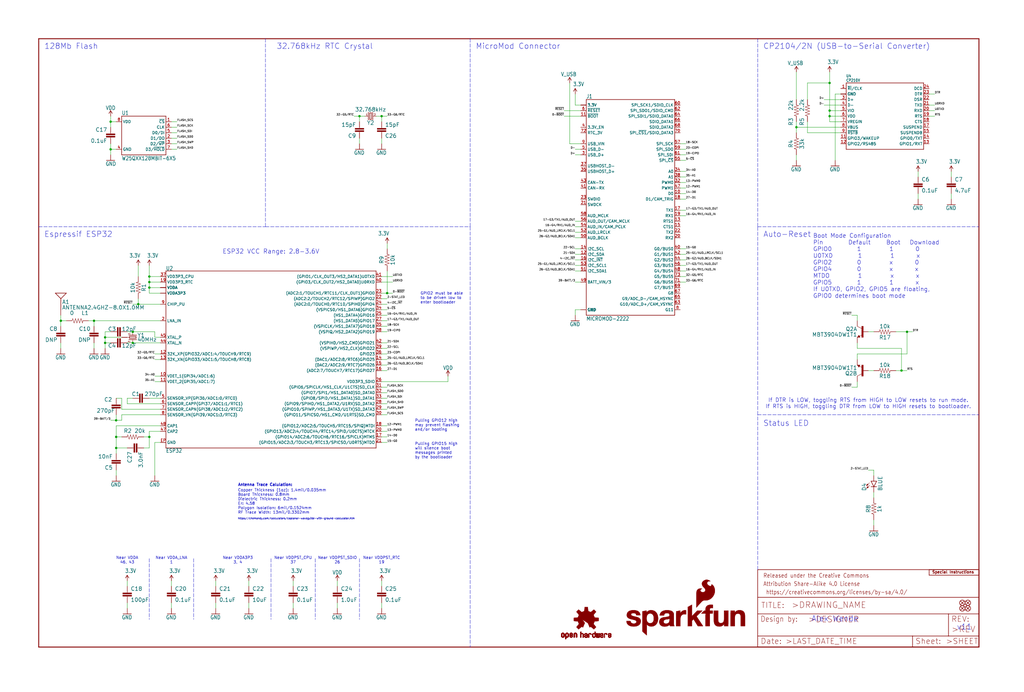
<source format=kicad_sch>
(kicad_sch (version 20211123) (generator eeschema)
  (paper "User" 470.306 317.906)
  (lib_symbols
    (symbol "eagleSchem-eagle-import:0.1UF-0402T-16V-10%"
      (property "Reference" "C" (at 1.524 2.921 0))
      (property "Value" "0.1UF-0402T-16V-10%" (at 1.524 -2.159 0))
      (symbol "0.1UF-0402T-16V-10%_1_0"
        (pin passive line (at 0 5.08 270) (length 2.54) (name "1") (number "1"))
        (pin passive line (at 0 -2.54 90) (length 2.54) (name "2") (number "2"))
      )
    )
    (symbol "eagleSchem-eagle-import:0OHM-0402T-1{slash}10W"
      (property "Reference" "R" (at 0 1.524 0))
      (property "Value" "0OHM-0402T-1{slash}10W" (at 0 -1.524 0))
      (symbol "0OHM-0402T-1{slash}10W_1_0"
        (pin passive line (at -5.08 0 0) (length 2.54) (name "1") (number "1"))
        (pin passive line (at 5.08 0 180) (length 2.54) (name "2") (number "2"))
      )
    )
    (symbol "eagleSchem-eagle-import:1.0UF-0402T-16V-10%"
      (property "Reference" "C" (at 1.524 2.921 0))
      (property "Value" "1.0UF-0402T-16V-10%" (at 1.524 -2.159 0))
      (symbol "1.0UF-0402T-16V-10%_1_0"
        (pin passive line (at 0 5.08 270) (length 2.54) (name "1") (number "1"))
        (pin passive line (at 0 -2.54 90) (length 2.54) (name "2") (number "2"))
      )
    )
    (symbol "eagleSchem-eagle-import:100PF-0402T-50V-5%"
      (property "Reference" "C" (at 1.524 2.921 0))
      (property "Value" "100PF-0402T-50V-5%" (at 1.524 -2.159 0))
      (symbol "100PF-0402T-50V-5%_1_0"
        (pin passive line (at 0 5.08 270) (length 2.54) (name "1") (number "1"))
        (pin passive line (at 0 -2.54 90) (length 2.54) (name "2") (number "2"))
      )
    )
    (symbol "eagleSchem-eagle-import:10KOHM-0402T-1{slash}16W-1%"
      (property "Reference" "R" (at 0 1.524 0))
      (property "Value" "10KOHM-0402T-1{slash}16W-1%" (at 0 -1.524 0))
      (symbol "10KOHM-0402T-1{slash}16W-1%_1_0"
        (pin passive line (at -5.08 0 0) (length 2.54) (name "1") (number "1"))
        (pin passive line (at 5.08 0 180) (length 2.54) (name "2") (number "2"))
      )
    )
    (symbol "eagleSchem-eagle-import:10NF-0402T-25V-10%"
      (property "Reference" "C" (at 1.524 2.921 0))
      (property "Value" "10NF-0402T-25V-10%" (at 1.524 -2.159 0))
      (symbol "10NF-0402T-25V-10%_1_0"
        (pin passive line (at 0 5.08 270) (length 2.54) (name "1") (number "1"))
        (pin passive line (at 0 -2.54 90) (length 2.54) (name "2") (number "2"))
      )
    )
    (symbol "eagleSchem-eagle-import:10UF-0402T-6.3V-20%"
      (property "Reference" "C" (at 1.524 2.921 0))
      (property "Value" "10UF-0402T-6.3V-20%" (at 1.524 -2.159 0))
      (symbol "10UF-0402T-6.3V-20%_1_0"
        (pin passive line (at 0 5.08 270) (length 2.54) (name "1") (number "1"))
        (pin passive line (at 0 -2.54 90) (length 2.54) (name "2") (number "2"))
      )
    )
    (symbol "eagleSchem-eagle-import:12PF-0402T-50V-5%"
      (property "Reference" "C" (at 1.524 2.921 0))
      (property "Value" "12PF-0402T-50V-5%" (at 1.524 -2.159 0))
      (symbol "12PF-0402T-50V-5%_1_0"
        (pin passive line (at 0 5.08 270) (length 2.54) (name "1") (number "1"))
        (pin passive line (at 0 -2.54 90) (length 2.54) (name "2") (number "2"))
      )
    )
    (symbol "eagleSchem-eagle-import:15PF-0402T-50V-5%"
      (property "Reference" "C" (at 1.524 2.921 0))
      (property "Value" "15PF-0402T-50V-5%" (at 1.524 -2.159 0))
      (symbol "15PF-0402T-50V-5%_1_0"
        (pin passive line (at 0 5.08 270) (length 2.54) (name "1") (number "1"))
        (pin passive line (at 0 -2.54 90) (length 2.54) (name "2") (number "2"))
      )
    )
    (symbol "eagleSchem-eagle-import:1KOHM-0402T-1{slash}16W-1%"
      (property "Reference" "R" (at 0 1.524 0))
      (property "Value" "1KOHM-0402T-1{slash}16W-1%" (at 0 -1.524 0))
      (symbol "1KOHM-0402T-1{slash}16W-1%_1_0"
        (pin passive line (at -5.08 0 0) (length 2.54) (name "1") (number "1"))
        (pin passive line (at 5.08 0 180) (length 2.54) (name "2") (number "2"))
      )
    )
    (symbol "eagleSchem-eagle-import:2.2KOHM-0402T-1{slash}16W-1%"
      (property "Reference" "R" (at 0 1.524 0))
      (property "Value" "2.2KOHM-0402T-1{slash}16W-1%" (at 0 -1.524 0))
      (symbol "2.2KOHM-0402T-1{slash}16W-1%_1_0"
        (pin passive line (at -5.08 0 0) (length 2.54) (name "1") (number "1"))
        (pin passive line (at 5.08 0 180) (length 2.54) (name "2") (number "2"))
      )
    )
    (symbol "eagleSchem-eagle-import:20KOHM-0402T-1{slash}16W-1%"
      (property "Reference" "R" (at 0 1.524 0))
      (property "Value" "20KOHM-0402T-1{slash}16W-1%" (at 0 -1.524 0))
      (symbol "20KOHM-0402T-1{slash}16W-1%_1_0"
        (pin passive line (at -5.08 0 0) (length 2.54) (name "1") (number "1"))
        (pin passive line (at 5.08 0 180) (length 2.54) (name "2") (number "2"))
      )
    )
    (symbol "eagleSchem-eagle-import:22KOHM-0402_TIGHT-1{slash}10W-1%"
      (property "Reference" "R" (at 0 1.524 0))
      (property "Value" "22KOHM-0402_TIGHT-1{slash}10W-1%" (at 0 -1.524 0))
      (symbol "22KOHM-0402_TIGHT-1{slash}10W-1%_1_0"
        (pin passive line (at -5.08 0 0) (length 2.54) (name "1") (number "1"))
        (pin passive line (at 5.08 0 180) (length 2.54) (name "2") (number "2"))
      )
    )
    (symbol "eagleSchem-eagle-import:270PF-0402T-50V-5%"
      (property "Reference" "C" (at 1.524 2.921 0))
      (property "Value" "270PF-0402T-50V-5%" (at 1.524 -2.159 0))
      (symbol "270PF-0402T-50V-5%_1_0"
        (pin passive line (at 0 5.08 270) (length 2.54) (name "1") (number "1"))
        (pin passive line (at 0 -2.54 90) (length 2.54) (name "2") (number "2"))
      )
    )
    (symbol "eagleSchem-eagle-import:3.0NF-0402T-50V-5%"
      (property "Reference" "C" (at 1.524 2.921 0))
      (property "Value" "3.0NF-0402T-50V-5%" (at 1.524 -2.159 0))
      (symbol "3.0NF-0402T-50V-5%_1_0"
        (pin passive line (at 0 5.08 270) (length 2.54) (name "1") (number "1"))
        (pin passive line (at 0 -2.54 90) (length 2.54) (name "2") (number "2"))
      )
    )
    (symbol "eagleSchem-eagle-import:3.3V" (power)
      (property "Value" "3.3V" (at 0 2.794 0))
      (symbol "3.3V_1_0"
        (pin power_in line (at 0 0 90) (length 2.54) (name "3.3V") (number "1"))
      )
    )
    (symbol "eagleSchem-eagle-import:33KOHM-0402T-1{slash}16W-1%"
      (property "Reference" "R" (at 0 1.524 0))
      (property "Value" "33KOHM-0402T-1{slash}16W-1%" (at 0 -1.524 0))
      (symbol "33KOHM-0402T-1{slash}16W-1%_1_0"
        (pin passive line (at -5.08 0 0) (length 2.54) (name "1") (number "1"))
        (pin passive line (at 5.08 0 180) (length 2.54) (name "2") (number "2"))
      )
    )
    (symbol "eagleSchem-eagle-import:4.7UF-0402_TIGHT-6.3V-20%-X5R"
      (property "Reference" "C" (at 1.524 2.921 0))
      (property "Value" "4.7UF-0402_TIGHT-6.3V-20%-X5R" (at 1.524 -2.159 0))
      (symbol "4.7UF-0402_TIGHT-6.3V-20%-X5R_1_0"
        (pin passive line (at 0 5.08 270) (length 2.54) (name "1") (number "1"))
        (pin passive line (at 0 -2.54 90) (length 2.54) (name "2") (number "2"))
      )
    )
    (symbol "eagleSchem-eagle-import:ANTENNA2.4GHZ-8.0X1.0MM"
      (property "Reference" "A" (at 0.508 0 0))
      (property "Value" "ANTENNA2.4GHZ-8.0X1.0MM" (at 0.508 -2.54 0))
      (symbol "ANTENNA2.4GHZ-8.0X1.0MM_1_0"
        (pin bidirectional line (at 0 -5.08 90) (length 2.54) (name "SIGNAL") (number "FEED"))
      )
    )
    (symbol "eagleSchem-eagle-import:CAP-0402-TIGHT"
      (property "Reference" "C" (at 1.524 2.921 0))
      (property "Value" "CAP-0402-TIGHT" (at 1.524 -2.159 0))
      (symbol "CAP-0402-TIGHT_1_0"
        (pin passive line (at 0 5.08 270) (length 2.54) (name "1") (number "1"))
        (pin passive line (at 0 -2.54 90) (length 2.54) (name "2") (number "2"))
      )
    )
    (symbol "eagleSchem-eagle-import:CP2102N"
      (property "Reference" "U" (at -17.78 17.78 0))
      (property "Value" "CP2102N" (at -17.78 15.748 0))
      (symbol "CP2102N_1_0"
        (pin bidirectional line (at -20.32 12.7 0) (length 2.54) (name "~{RI}/CLK") (number "1"))
        (pin bidirectional line (at -20.32 -10.16 0) (length 2.54) (name "GPIO3/WAKEUP") (number "11"))
        (pin bidirectional line (at -20.32 -12.7 0) (length 2.54) (name "GPIO2/RS485") (number "12"))
        (pin bidirectional line (at 20.32 -12.7 180) (length 2.54) (name "GPIO1/RXT") (number "13"))
        (pin bidirectional line (at 20.32 -10.16 180) (length 2.54) (name "GPIO0/TXT") (number "14"))
        (pin bidirectional line (at 20.32 -7.62 180) (length 2.54) (name "SUSPENDB") (number "15"))
        (pin bidirectional line (at 20.32 -5.08 180) (length 2.54) (name "SUSPEND") (number "17"))
        (pin bidirectional line (at 20.32 -2.54 180) (length 2.54) (name "CTS") (number "18"))
        (pin bidirectional line (at 20.32 0 180) (length 2.54) (name "RTS") (number "19"))
        (pin bidirectional line (at -20.32 10.16 0) (length 2.54) (name "GND") (number "2"))
        (pin bidirectional line (at 20.32 2.54 180) (length 2.54) (name "RXD") (number "20"))
        (pin bidirectional line (at 20.32 5.08 180) (length 2.54) (name "TXD") (number "21"))
        (pin bidirectional line (at 20.32 7.62 180) (length 2.54) (name "DSR") (number "22"))
        (pin bidirectional line (at 20.32 10.16 180) (length 2.54) (name "DTR") (number "23"))
        (pin bidirectional line (at 20.32 12.7 180) (length 2.54) (name "DCD") (number "24"))
        (pin bidirectional line (at -20.32 7.62 0) (length 2.54) (name "D+") (number "3"))
        (pin bidirectional line (at -20.32 5.08 0) (length 2.54) (name "D-") (number "4"))
        (pin bidirectional line (at -20.32 2.54 0) (length 2.54) (name "VIO") (number "5"))
        (pin bidirectional line (at -20.32 0 0) (length 2.54) (name "VDD") (number "6"))
        (pin bidirectional line (at -20.32 -2.54 0) (length 2.54) (name "VREGIN") (number "7"))
        (pin bidirectional line (at -20.32 -5.08 0) (length 2.54) (name "VBUS") (number "8"))
        (pin bidirectional line (at -20.32 -7.62 0) (length 2.54) (name "~{RSTB}") (number "9"))
        (pin bidirectional line (at -20.32 10.16 0) (length 2.54) (name "GND") (number "PAD"))
      )
    )
    (symbol "eagleSchem-eagle-import:CRYSTAL-32.768KHZSMD-3.2X1.5"
      (property "Reference" "Y" (at 0 2.032 0))
      (property "Value" "CRYSTAL-32.768KHZSMD-3.2X1.5" (at 0 -2.032 0))
      (symbol "CRYSTAL-32.768KHZSMD-3.2X1.5_1_0"
        (text "1" (at -2.159 -1.143 0) (effects (font (size 0.8636 0.734)) (justify left bottom)))
        (text "2" (at 1.524 -1.143 0) (effects (font (size 0.8636 0.734)) (justify left bottom)))
        (pin passive line (at -2.54 0 0) (length 0) (name "1") (number "P$1"))
        (pin passive line (at 2.54 0 180) (length 0) (name "2") (number "P$2"))
      )
    )
    (symbol "eagleSchem-eagle-import:CRYSTAL-40MHZ-SMD-2X2.5MM"
      (property "Reference" "Y" (at -1.27 -1.524 0))
      (property "Value" "CRYSTAL-40MHZ-SMD-2X2.5MM" (at 1.524 -1.524 0))
      (symbol "CRYSTAL-40MHZ-SMD-2X2.5MM_1_0"
        (text "1" (at -2.159 -1.143 0) (effects (font (size 0.8636 0.734)) (justify left bottom)))
        (text "2" (at 1.524 -1.143 0) (effects (font (size 0.8636 0.734)) (justify left bottom)))
        (pin passive line (at -2.54 0 0) (length 0) (name "1") (number "P1"))
        (pin power_in line (at 0 -5.08 90) (length 2.54) (name "GND") (number "P2"))
        (pin passive line (at 2.54 0 180) (length 0) (name "2") (number "P3"))
        (pin power_in line (at 0 -5.08 90) (length 2.54) (name "GND") (number "P4"))
      )
    )
    (symbol "eagleSchem-eagle-import:ESP32"
      (property "Reference" "U" (at -48.26 40.894 0))
      (property "Value" "ESP32" (at -48.26 -40.894 0))
      (symbol "ESP32_1_0"
        (pin bidirectional line (at -50.8 33.02 0) (length 2.54) (name "VDDA") (number "1"))
        (pin bidirectional line (at -50.8 -7.62 0) (length 2.54) (name "VDET_1(GPI34/ADC1:6)") (number "10"))
        (pin bidirectional line (at -50.8 -10.16 0) (length 2.54) (name "VDET_2(GPI35/ADC1:7)") (number "11"))
        (pin bidirectional line (at -50.8 2.54 0) (length 2.54) (name "32K_XP(GPIO32/ADC1:4/TOUCH9/RTC9)") (number "12"))
        (pin bidirectional line (at -50.8 0 0) (length 2.54) (name "32K_XN(GPIO33/ADC1:5/TOUCH8/RTC8)") (number "13"))
        (pin bidirectional line (at 50.8 0 180) (length 2.54) (name "(DAC1/ADC2:8/RTC6)GPIO25") (number "14"))
        (pin bidirectional line (at 50.8 -2.54 180) (length 2.54) (name "(DAC2/ADC2:9/RTC7)GPIO26") (number "15"))
        (pin bidirectional line (at 50.8 -5.08 180) (length 2.54) (name "(ADC2:7/TOUCH7/RTC17)GPIO27") (number "16"))
        (pin bidirectional line (at 50.8 -35.56 180) (length 2.54) (name "(GPIO14/ADC2:6/TOUCH6/RTC16/SPICLK)MTMS") (number "17"))
        (pin bidirectional line (at 50.8 -30.48 180) (length 2.54) (name "(GPIO12/ADC2:5/TOUCH5/RTC15/SPIQ)MTDI") (number "18"))
        (pin bidirectional line (at -50.8 35.56 0) (length 2.54) (name "VDD3P3_RTC") (number "19"))
        (pin bidirectional line (at -50.8 17.78 0) (length 2.54) (name "LNA_IN") (number "2"))
        (pin bidirectional line (at 50.8 -33.02 180) (length 2.54) (name "(GPIO13/ADC2:4/TOUCH4/RTC14/SPID/U0CTS)MTCK") (number "20"))
        (pin bidirectional line (at 50.8 -38.1 180) (length 2.54) (name "(GPIO15/ADC2:3/TOUCH3/RTC13/SPICSO/U0RTS)MTDO") (number "21"))
        (pin bidirectional line (at 50.8 27.94 180) (length 2.54) (name "(ADC2:2/TOUCH2/RTC12/SPIWP)GPIO2") (number "22"))
        (pin bidirectional line (at 50.8 30.48 180) (length 2.54) (name "(ADC2:1/TOUCH1/RTC11/CLK_OUT1)GPIO0") (number "23"))
        (pin bidirectional line (at 50.8 25.4 180) (length 2.54) (name "(ADC2:0/TOUCH0/RTC10/SPIHD)GPIO4") (number "24"))
        (pin bidirectional line (at 50.8 20.32 180) (length 2.54) (name "(HS1_DATA4)GPIO16") (number "25"))
        (pin bidirectional line (at 50.8 -10.16 180) (length 2.54) (name "VDD3P3_SDIO") (number "26"))
        (pin bidirectional line (at 50.8 17.78 180) (length 2.54) (name "(HS1_DATA5)GPIO17") (number "27"))
        (pin bidirectional line (at 50.8 -20.32 180) (length 2.54) (name "(GPIO9/SPIHD/HS1_DATA2/U1RX)SD_DATA2") (number "28"))
        (pin bidirectional line (at 50.8 -22.86 180) (length 2.54) (name "(GPIO10/SPIWP/HS1_DATA3/U1TX)SD_DATA3") (number "29"))
        (pin bidirectional line (at -50.8 30.48 0) (length 2.54) (name "VDDA3P3") (number "3"))
        (pin bidirectional line (at 50.8 -25.4 180) (length 2.54) (name "(GPIO11/SPICSO/HS1_CMD/U1RTS)SD_CMD") (number "30"))
        (pin bidirectional line (at 50.8 -12.7 180) (length 2.54) (name "(GPIO6/SPICLK/HS1_CLK/U1CTS)SD_CLK") (number "31"))
        (pin bidirectional line (at 50.8 -15.24 180) (length 2.54) (name "(GPIO7/SPI1/HS1_DATA0)SD_DATA0") (number "32"))
        (pin bidirectional line (at 50.8 -17.78 180) (length 2.54) (name "(GPIO8/SPID/HS1_DATA1)SD_DATA1") (number "33"))
        (pin bidirectional line (at 50.8 22.86 180) (length 2.54) (name "(VSPICS0/HS1_DATA6)GPIO5") (number "34"))
        (pin bidirectional line (at 50.8 15.24 180) (length 2.54) (name "(VSPICLK/HS1_DATA7)GPIO18") (number "35"))
        (pin bidirectional line (at 50.8 2.54 180) (length 2.54) (name "GPIO23") (number "36"))
        (pin bidirectional line (at -50.8 38.1 0) (length 2.54) (name "VDD3P3_CPU") (number "37"))
        (pin bidirectional line (at 50.8 12.7 180) (length 2.54) (name "(VSPIQ/HS2_DATA2)GPIO19") (number "38"))
        (pin bidirectional line (at 50.8 5.08 180) (length 2.54) (name "(VSPIWP/HS2_CLK)GPIO22") (number "39"))
        (pin bidirectional line (at -50.8 30.48 0) (length 2.54) (name "VDDA3P3") (number "4"))
        (pin bidirectional line (at 50.8 35.56 180) (length 2.54) (name "(GPIO3/CLK_OUT2/HS2_DATA0)U0RXD") (number "40"))
        (pin bidirectional line (at 50.8 38.1 180) (length 2.54) (name "(GPIO1/CLK_OUT3/HS2_DATA1)U0TXD") (number "41"))
        (pin bidirectional line (at 50.8 7.62 180) (length 2.54) (name "(VSPIHD/HS2_CMD)GPIO21") (number "42"))
        (pin bidirectional line (at -50.8 33.02 0) (length 2.54) (name "VDDA") (number "43"))
        (pin bidirectional line (at -50.8 7.62 0) (length 2.54) (name "XTAL_N") (number "44"))
        (pin bidirectional line (at -50.8 10.16 0) (length 2.54) (name "XTAL_P") (number "45"))
        (pin bidirectional line (at -50.8 33.02 0) (length 2.54) (name "VDDA") (number "46"))
        (pin bidirectional line (at -50.8 -33.02 0) (length 2.54) (name "CAP2") (number "47"))
        (pin bidirectional line (at -50.8 -30.48 0) (length 2.54) (name "CAP1") (number "48"))
        (pin bidirectional line (at -50.8 -17.78 0) (length 2.54) (name "SENSOR_VP(GPI36/ADC1:0/RTC0)") (number "5"))
        (pin bidirectional line (at -50.8 -20.32 0) (length 2.54) (name "SENSOR_CAPP(GPI37/ADC1:1/RTC1)") (number "6"))
        (pin bidirectional line (at -50.8 -22.86 0) (length 2.54) (name "SENSOR_CAPN(GPI38/ADC1:2/RTC2)") (number "7"))
        (pin bidirectional line (at -50.8 -25.4 0) (length 2.54) (name "SENSOR_VN(GPI39/ADC1:3/RTC3)") (number "8"))
        (pin bidirectional line (at -50.8 25.4 0) (length 2.54) (name "CHIP_PU") (number "9"))
        (pin bidirectional line (at -50.8 -38.1 0) (length 2.54) (name "GND") (number "EP"))
      )
    )
    (symbol "eagleSchem-eagle-import:FIDUCIALUFIDUCIAL")
    (symbol "eagleSchem-eagle-import:FRAME-LEDGER"
      (symbol "FRAME-LEDGER_2_0"
        (text " https://creativecommons.org/licenses/by-sa/4.0/" (at 2.54 24.13 0) (effects (font (size 1.9304 1.6408)) (justify left bottom)))
        (text ">DESIGNER" (at 23.114 11.176 0) (effects (font (size 2.7432 2.7432)) (justify left bottom)))
        (text ">DRAWING_NAME" (at 15.494 17.78 0) (effects (font (size 2.7432 2.7432)) (justify left bottom)))
        (text ">LAST_DATE_TIME" (at 12.7 1.27 0) (effects (font (size 2.54 2.54)) (justify left bottom)))
        (text ">REV" (at 88.9 6.604 0) (effects (font (size 2.7432 2.7432)) (justify left bottom)))
        (text ">SHEET" (at 86.36 1.27 0) (effects (font (size 2.54 2.54)) (justify left bottom)))
        (text "Attribution Share-Alike 4.0 License" (at 2.54 27.94 0) (effects (font (size 1.9304 1.6408)) (justify left bottom)))
        (text "Date:" (at 1.27 1.27 0) (effects (font (size 2.54 2.54)) (justify left bottom)))
        (text "Design by:" (at 1.27 11.43 0) (effects (font (size 2.54 2.159)) (justify left bottom)))
        (text "Released under the Creative Commons" (at 2.54 31.75 0) (effects (font (size 1.9304 1.6408)) (justify left bottom)))
        (text "REV:" (at 88.9 11.43 0) (effects (font (size 2.54 2.54)) (justify left bottom)))
        (text "Sheet:" (at 72.39 1.27 0) (effects (font (size 2.54 2.54)) (justify left bottom)))
        (text "TITLE:" (at 1.524 17.78 0) (effects (font (size 2.54 2.54)) (justify left bottom)))
      )
    )
    (symbol "eagleSchem-eagle-import:GND" (power)
      (property "Value" "GND" (at 0 -0.254 0))
      (symbol "GND_1_0"
        (pin power_in line (at 0 2.54 270) (length 2.54) (name "GND") (number "1"))
      )
    )
    (symbol "eagleSchem-eagle-import:LED-BLUE0603"
      (property "Reference" "D" (at -3.429 -4.572 90))
      (property "Value" "LED-BLUE0603" (at 1.905 -4.572 90))
      (symbol "LED-BLUE0603_1_0"
        (pin passive line (at 0 2.54 270) (length 2.54) (name "A") (number "A"))
        (pin passive line (at 0 -5.08 90) (length 2.54) (name "C") (number "C"))
      )
    )
    (symbol "eagleSchem-eagle-import:MICROMOD-2222"
      (property "Reference" "J" (at -20.32 53.848 0))
      (property "Value" "MICROMOD-2222" (at -20.32 -48.26 0))
      (symbol "MICROMOD-2222_1_0"
        (pin bidirectional line (at -22.86 -43.18 0) (length 2.54) (name "GND") (number "1"))
        (pin bidirectional line (at 22.86 10.16 180) (length 2.54) (name "D0") (number "10"))
        (pin bidirectional line (at -22.86 45.72 0) (length 2.54) (name "~{BOOT}") (number "11"))
        (pin bidirectional line (at -22.86 -17.78 0) (length 2.54) (name "I2C_SDA") (number "12"))
        (pin bidirectional line (at 22.86 -2.54 180) (length 2.54) (name "RTS1") (number "13"))
        (pin bidirectional line (at -22.86 -15.24 0) (length 2.54) (name "I2C_SCL") (number "14"))
        (pin bidirectional line (at 22.86 -5.08 180) (length 2.54) (name "CTS1") (number "15"))
        (pin bidirectional line (at -22.86 -20.32 0) (length 2.54) (name "I2C_~{INT}") (number "16"))
        (pin bidirectional line (at 22.86 2.54 180) (length 2.54) (name "TX1") (number "17"))
        (pin bidirectional line (at 22.86 7.62 180) (length 2.54) (name "D1/CAM_TRIG") (number "18"))
        (pin bidirectional line (at 22.86 0 180) (length 2.54) (name "RX1") (number "19"))
        (pin bidirectional line (at -22.86 50.8 0) (length 2.54) (name "3.3V") (number "2"))
        (pin bidirectional line (at 22.86 -10.16 180) (length 2.54) (name "RX2") (number "20"))
        (pin bidirectional line (at -22.86 5.08 0) (length 2.54) (name "SWDCK") (number "21"))
        (pin bidirectional line (at 22.86 -7.62 180) (length 2.54) (name "TX2") (number "22"))
        (pin bidirectional line (at -22.86 7.62 0) (length 2.54) (name "SWDIO") (number "23"))
        (pin bidirectional line (at -22.86 27.94 0) (length 2.54) (name "USB_D+") (number "3"))
        (pin bidirectional line (at 22.86 15.24 180) (length 2.54) (name "PWM0") (number "32"))
        (pin bidirectional line (at -22.86 -43.18 0) (length 2.54) (name "GND") (number "33"))
        (pin bidirectional line (at 22.86 20.32 180) (length 2.54) (name "A0") (number "34"))
        (pin bidirectional line (at -22.86 20.32 0) (length 2.54) (name "USBHOST_D+") (number "35"))
        (pin bidirectional line (at -22.86 -43.18 0) (length 2.54) (name "GND") (number "36"))
        (pin bidirectional line (at -22.86 22.86 0) (length 2.54) (name "USBHOST_D-") (number "37"))
        (pin bidirectional line (at 22.86 17.78 180) (length 2.54) (name "A1") (number "38"))
        (pin bidirectional line (at -22.86 -43.18 0) (length 2.54) (name "GND") (number "39"))
        (pin bidirectional line (at -22.86 40.64 0) (length 2.54) (name "3.3V_EN") (number "4"))
        (pin bidirectional line (at 22.86 -15.24 180) (length 2.54) (name "G0/BUS0") (number "40"))
        (pin bidirectional line (at -22.86 12.7 0) (length 2.54) (name "CAN-RX") (number "41"))
        (pin bidirectional line (at 22.86 -17.78 180) (length 2.54) (name "G1/BUS1") (number "42"))
        (pin bidirectional line (at -22.86 15.24 0) (length 2.54) (name "CAN-TX") (number "43"))
        (pin bidirectional line (at 22.86 -20.32 180) (length 2.54) (name "G2/BUS2") (number "44"))
        (pin bidirectional line (at -22.86 -43.18 0) (length 2.54) (name "GND") (number "45"))
        (pin bidirectional line (at 22.86 -22.86 180) (length 2.54) (name "G3/BUS3") (number "46"))
        (pin bidirectional line (at 22.86 12.7 180) (length 2.54) (name "PWM1") (number "47"))
        (pin bidirectional line (at 22.86 -25.4 180) (length 2.54) (name "G4/BUS4") (number "48"))
        (pin bidirectional line (at -22.86 -30.48 0) (length 2.54) (name "BATT_VIN/3") (number "49"))
        (pin bidirectional line (at -22.86 30.48 0) (length 2.54) (name "USB_D-") (number "5"))
        (pin bidirectional line (at -22.86 -10.16 0) (length 2.54) (name "AUD_BCLK") (number "50"))
        (pin bidirectional line (at -22.86 -25.4 0) (length 2.54) (name "I2C_SDA1") (number "51"))
        (pin bidirectional line (at -22.86 -7.62 0) (length 2.54) (name "AUD_LRCLK") (number "52"))
        (pin bidirectional line (at -22.86 -22.86 0) (length 2.54) (name "I2C_SCL1") (number "53"))
        (pin bidirectional line (at -22.86 -5.08 0) (length 2.54) (name "AUD_IN/CAM_PCLK") (number "54"))
        (pin bidirectional line (at 22.86 25.4 180) (length 2.54) (name "SPI_~{CS}") (number "55"))
        (pin bidirectional line (at -22.86 -2.54 0) (length 2.54) (name "AUD_OUT/CAM_MCLK") (number "56"))
        (pin bidirectional line (at 22.86 33.02 180) (length 2.54) (name "SPI_SCK") (number "57"))
        (pin bidirectional line (at -22.86 0 0) (length 2.54) (name "AUD_MCLK") (number "58"))
        (pin bidirectional line (at 22.86 30.48 180) (length 2.54) (name "SPI_SDO") (number "59"))
        (pin bidirectional line (at -22.86 48.26 0) (length 2.54) (name "~{RESET}") (number "6"))
        (pin bidirectional line (at 22.86 50.8 180) (length 2.54) (name "SPI_SCK1/SDIO_CLK") (number "60"))
        (pin bidirectional line (at 22.86 27.94 180) (length 2.54) (name "SPI_SDI") (number "61"))
        (pin bidirectional line (at 22.86 48.26 180) (length 2.54) (name "SPI_SDO1/SDIO_CMD") (number "62"))
        (pin bidirectional line (at 22.86 -40.64 180) (length 2.54) (name "G10/ADC_D+/CAM_VSYNC") (number "63"))
        (pin bidirectional line (at 22.86 45.72 180) (length 2.54) (name "SPI_SDI1/SDIO_DATA0") (number "64"))
        (pin bidirectional line (at 22.86 -38.1 180) (length 2.54) (name "G9/ADC_D-/CAM_HSYNC") (number "65"))
        (pin bidirectional line (at 22.86 43.18 180) (length 2.54) (name "SDIO_DATA1") (number "66"))
        (pin bidirectional line (at 22.86 -35.56 180) (length 2.54) (name "G8") (number "67"))
        (pin bidirectional line (at 22.86 40.64 180) (length 2.54) (name "SDIO_DATA2") (number "68"))
        (pin bidirectional line (at 22.86 -33.02 180) (length 2.54) (name "G7/BUS7") (number "69"))
        (pin bidirectional line (at -22.86 -43.18 0) (length 2.54) (name "GND") (number "7"))
        (pin bidirectional line (at 22.86 38.1 180) (length 2.54) (name "SPI_~{CS1}/SDIO_DATA3") (number "70"))
        (pin bidirectional line (at 22.86 -30.48 180) (length 2.54) (name "G6/BUS6") (number "71"))
        (pin bidirectional line (at -22.86 38.1 0) (length 2.54) (name "RTC_3V") (number "72"))
        (pin bidirectional line (at 22.86 -27.94 180) (length 2.54) (name "G5/BUS5") (number "73"))
        (pin bidirectional line (at -22.86 50.8 0) (length 2.54) (name "3.3V") (number "74"))
        (pin bidirectional line (at -22.86 -43.18 0) (length 2.54) (name "GND") (number "75"))
        (pin bidirectional line (at 22.86 -43.18 180) (length 2.54) (name "G11") (number "8"))
        (pin bidirectional line (at -22.86 33.02 0) (length 2.54) (name "USB_VIN") (number "9"))
        (pin bidirectional line (at -22.86 -43.18 0) (length 2.54) (name "GND") (number "GND1"))
        (pin bidirectional line (at -22.86 -43.18 0) (length 2.54) (name "GND") (number "GND2"))
        (pin bidirectional line (at -22.86 -43.18 0) (length 2.54) (name "GND") (number "GND3"))
      )
    )
    (symbol "eagleSchem-eagle-import:OSHW-LOGOS")
    (symbol "eagleSchem-eagle-import:SFE_LOGO_NAME_FLAME.1_INCH")
    (symbol "eagleSchem-eagle-import:SPECIAL_INSTRUCTIONS-ORDERING"
      (symbol "SPECIAL_INSTRUCTIONS-ORDERING_1_0"
        (text "Special Instructions" (at 1.27 0.6985 0) (effects (font (size 1.27 1.27) (thickness 0.254) bold) (justify left bottom)))
      )
    )
    (symbol "eagleSchem-eagle-import:TRANS_NPN_DUAL-MBT3904DW1T1"
      (property "Reference" "Q" (at 2.54 0 0))
      (property "Value" "TRANS_NPN_DUAL-MBT3904DW1T1" (at 2.54 -2.286 0))
      (symbol "TRANS_NPN_DUAL-MBT3904DW1T1_1_0"
        (pin passive line (at 2.54 5.08 270) (length 2.54) (name "C") (number "3"))
        (pin passive line (at 2.54 -5.08 90) (length 2.54) (name "E") (number "4"))
        (pin passive line (at -2.54 0 0) (length 2.54) (name "B") (number "5"))
      )
      (symbol "TRANS_NPN_DUAL-MBT3904DW1T1_2_0"
        (pin passive line (at 2.54 -5.08 90) (length 2.54) (name "E") (number "1"))
        (pin passive line (at -2.54 0 0) (length 2.54) (name "B") (number "2"))
        (pin passive line (at 2.54 5.08 270) (length 2.54) (name "C") (number "6"))
      )
    )
    (symbol "eagleSchem-eagle-import:VDD" (power)
      (property "Value" "VDD" (at 0 2.794 0))
      (symbol "VDD_1_0"
        (pin power_in line (at 0 0 90) (length 2.54) (name "VDD") (number "1"))
      )
    )
    (symbol "eagleSchem-eagle-import:V_USB" (power)
      (property "Value" "V_USB" (at 0 2.794 0))
      (symbol "V_USB_1_0"
        (pin power_in line (at 0 0 90) (length 2.54) (name "V_USB") (number "1"))
      )
    )
    (symbol "eagleSchem-eagle-import:W25QXX128MBIT-6X5"
      (property "Reference" "U" (at -10.16 8.128 0))
      (property "Value" "W25QXX128MBIT-6X5" (at -10.16 -12.7 0))
      (symbol "W25QXX128MBIT-6X5_1_0"
        (pin bidirectional line (at 12.7 5.08 180) (length 2.54) (name "~{CS}") (number "1"))
        (pin bidirectional line (at 12.7 -2.54 180) (length 2.54) (name "D1/DO") (number "2"))
        (pin bidirectional line (at 12.7 -5.08 180) (length 2.54) (name "D2/~{WP}") (number "3"))
        (pin bidirectional line (at -12.7 -7.62 0) (length 2.54) (name "GND") (number "4"))
        (pin bidirectional line (at 12.7 0 180) (length 2.54) (name "D0/DI") (number "5"))
        (pin bidirectional line (at 12.7 2.54 180) (length 2.54) (name "CLK") (number "6"))
        (pin bidirectional line (at 12.7 -7.62 180) (length 2.54) (name "D3/~{HOLD}") (number "7"))
        (pin bidirectional line (at -12.7 5.08 0) (length 2.54) (name "VDD") (number "8"))
      )
    )
  )
  (junction (at 63.5 139.7))
  (junction (at 381 53.34))
  (junction (at 177.8 134.62))
  (junction (at 60.96 152.4))
  (junction (at 68.58 127))
  (junction (at 50.8 55.88))
  (junction (at 50.8 68.58))
  (junction (at 48.26 157.48))
  (junction (at 68.58 129.54))
  (junction (at 381 38.1))
  (junction (at 43.18 147.32))
  (junction (at 175.26 53.34))
  (junction (at 60.96 157.48))
  (junction (at 48.26 154.94))
  (junction (at 365.76 58.42))
  (junction (at 381 50.8))
  (junction (at 27.94 147.32))
  (junction (at 68.58 200.66))
  (junction (at 165.1 53.34))
  (junction (at 53.34 205.74))
  (junction (at 53.34 200.66))
  (junction (at 414.02 170.18))
  (junction (at 53.34 193.04))
  (junction (at 416.56 152.4))
  (junction (at 68.58 132.08))
  (wire (pts (xy 416.56 162.56) (xy 416.56 152.4)))
  (wire (pts (xy 175.26 129.54) (xy 180.34 129.54)))
  (wire (pts (xy 175.26 279.4) (xy 175.26 276.86)))
  (wire (pts (xy 73.66 134.62) (xy 68.58 134.62)))
  (wire (pts (xy 63.5 121.92) (xy 63.5 127)))
  (wire (pts (xy 68.58 127) (xy 68.58 121.92)))
  (wire (pts (xy 50.8 71.12) (xy 50.8 68.58)))
  (polyline (pts (xy 347.98 190.5) (xy 449.58 190.5)))
  (wire (pts (xy 175.26 53.34) (xy 177.8 53.34)))
  (wire (pts (xy 66.04 205.74) (xy 68.58 205.74)))
  (wire (pts (xy 436.88 81.28) (xy 436.88 78.74)))
  (wire (pts (xy 78.74 279.4) (xy 78.74 276.86)))
  (wire (pts (xy 175.26 195.58) (xy 177.8 195.58)))
  (wire (pts (xy 266.7 104.14) (xy 264.16 104.14)))
  (wire (pts (xy 68.58 205.74) (xy 68.58 200.66)))
  (wire (pts (xy 99.06 266.7) (xy 99.06 269.24)))
  (wire (pts (xy 393.7 160.02) (xy 393.7 157.48)))
  (wire (pts (xy 43.18 149.86) (xy 43.18 147.32)))
  (wire (pts (xy 53.34 55.88) (xy 50.8 55.88)))
  (wire (pts (xy 175.26 182.88) (xy 177.8 182.88)))
  (wire (pts (xy 43.18 147.32) (xy 40.64 147.32)))
  (wire (pts (xy 53.34 193.04) (xy 50.8 193.04)))
  (wire (pts (xy 73.66 195.58) (xy 53.34 195.58)))
  (wire (pts (xy 71.12 152.4) (xy 71.12 154.94)))
  (polyline (pts (xy 121.92 17.78) (xy 121.92 104.14)))
  (wire (pts (xy 312.42 71.12) (xy 314.96 71.12)))
  (wire (pts (xy 48.26 157.48) (xy 48.26 160.02)))
  (wire (pts (xy 386.08 53.34) (xy 381 53.34)))
  (wire (pts (xy 175.26 177.8) (xy 177.8 177.8)))
  (wire (pts (xy 426.72 53.34) (xy 429.26 53.34)))
  (wire (pts (xy 175.26 142.24) (xy 177.8 142.24)))
  (wire (pts (xy 78.74 66.04) (xy 81.28 66.04)))
  (wire (pts (xy 68.58 129.54) (xy 68.58 127)))
  (wire (pts (xy 114.3 266.7) (xy 114.3 269.24)))
  (wire (pts (xy 266.7 50.8) (xy 259.08 50.8)))
  (wire (pts (xy 55.88 187.96) (xy 55.88 182.88)))
  (wire (pts (xy 426.72 50.8) (xy 429.26 50.8)))
  (wire (pts (xy 401.32 215.9) (xy 398.78 215.9)))
  (wire (pts (xy 175.26 170.18) (xy 177.8 170.18)))
  (wire (pts (xy 78.74 266.7) (xy 78.74 269.24)))
  (wire (pts (xy 401.32 218.44) (xy 401.32 215.9)))
  (wire (pts (xy 426.72 48.26) (xy 429.26 48.26)))
  (wire (pts (xy 177.8 134.62) (xy 177.8 124.46)))
  (wire (pts (xy 50.8 58.42) (xy 50.8 55.88)))
  (wire (pts (xy 180.34 134.62) (xy 177.8 134.62)))
  (wire (pts (xy 365.76 45.72) (xy 365.76 33.02)))
  (wire (pts (xy 175.26 66.04) (xy 175.26 63.5)))
  (wire (pts (xy 386.08 60.96) (xy 370.84 60.96)))
  (polyline (pts (xy 124.46 256.54) (xy 124.46 284.48)))
  (wire (pts (xy 27.94 157.48) (xy 27.94 160.02)))
  (wire (pts (xy 53.34 218.44) (xy 53.34 215.9)))
  (wire (pts (xy 175.26 137.16) (xy 177.8 137.16)))
  (wire (pts (xy 73.66 129.54) (xy 68.58 129.54)))
  (wire (pts (xy 78.74 68.58) (xy 81.28 68.58)))
  (wire (pts (xy 165.1 53.34) (xy 165.1 55.88)))
  (wire (pts (xy 414.02 170.18) (xy 414.02 160.02)))
  (wire (pts (xy 312.42 121.92) (xy 314.96 121.92)))
  (wire (pts (xy 365.76 71.12) (xy 365.76 73.66)))
  (wire (pts (xy 393.7 162.56) (xy 416.56 162.56)))
  (wire (pts (xy 50.8 157.48) (xy 48.26 157.48)))
  (wire (pts (xy 266.7 119.38) (xy 264.16 119.38)))
  (wire (pts (xy 421.64 81.28) (xy 421.64 78.74)))
  (wire (pts (xy 381 50.8) (xy 381 38.1)))
  (wire (pts (xy 381 53.34) (xy 381 50.8)))
  (wire (pts (xy 53.34 205.74) (xy 53.34 200.66)))
  (wire (pts (xy 370.84 45.72) (xy 370.84 38.1)))
  (wire (pts (xy 27.94 149.86) (xy 27.94 147.32)))
  (wire (pts (xy 175.26 167.64) (xy 177.8 167.64)))
  (wire (pts (xy 175.26 187.96) (xy 177.8 187.96)))
  (wire (pts (xy 27.94 147.32) (xy 27.94 144.78)))
  (polyline (pts (xy 347.98 104.14) (xy 449.58 104.14)))
  (wire (pts (xy 175.26 198.12) (xy 177.8 198.12)))
  (wire (pts (xy 53.34 200.66) (xy 53.34 195.58)))
  (wire (pts (xy 73.66 157.48) (xy 60.96 157.48)))
  (wire (pts (xy 53.34 190.5) (xy 53.34 193.04)))
  (wire (pts (xy 30.48 147.32) (xy 27.94 147.32)))
  (wire (pts (xy 177.8 111.76) (xy 177.8 114.3)))
  (wire (pts (xy 421.64 88.9) (xy 421.64 91.44)))
  (wire (pts (xy 99.06 279.4) (xy 99.06 276.86)))
  (wire (pts (xy 175.26 165.1) (xy 177.8 165.1)))
  (wire (pts (xy 365.76 60.96) (xy 365.76 58.42)))
  (wire (pts (xy 175.26 152.4) (xy 177.8 152.4)))
  (wire (pts (xy 312.42 116.84) (xy 314.96 116.84)))
  (wire (pts (xy 266.7 124.46) (xy 264.16 124.46)))
  (wire (pts (xy 414.02 170.18) (xy 416.56 170.18)))
  (wire (pts (xy 154.94 266.7) (xy 154.94 269.24)))
  (wire (pts (xy 50.8 53.34) (xy 50.8 55.88)))
  (wire (pts (xy 175.26 190.5) (xy 177.8 190.5)))
  (wire (pts (xy 73.66 162.56) (xy 71.12 162.56)))
  (wire (pts (xy 50.8 152.4) (xy 48.26 152.4)))
  (wire (pts (xy 134.62 279.4) (xy 134.62 276.86)))
  (wire (pts (xy 175.26 185.42) (xy 177.8 185.42)))
  (wire (pts (xy 43.18 160.02) (xy 43.18 157.48)))
  (wire (pts (xy 175.26 157.48) (xy 177.8 157.48)))
  (wire (pts (xy 165.1 66.04) (xy 165.1 63.5)))
  (polyline (pts (xy 144.78 256.54) (xy 144.78 284.48)))
  (polyline (pts (xy 347.98 17.78) (xy 347.98 104.14)))
  (wire (pts (xy 370.84 38.1) (xy 381 38.1)))
  (wire (pts (xy 312.42 88.9) (xy 314.96 88.9)))
  (wire (pts (xy 266.7 48.26) (xy 264.16 48.26)))
  (wire (pts (xy 312.42 81.28) (xy 314.96 81.28)))
  (wire (pts (xy 63.5 139.7) (xy 63.5 137.16)))
  (wire (pts (xy 426.72 43.18) (xy 429.26 43.18)))
  (wire (pts (xy 60.96 182.88) (xy 58.42 182.88)))
  (wire (pts (xy 401.32 226.06) (xy 401.32 228.6)))
  (wire (pts (xy 58.42 182.88) (xy 58.42 185.42)))
  (wire (pts (xy 68.58 200.66) (xy 68.58 198.12)))
  (polyline (pts (xy 88.9 256.54) (xy 88.9 284.48)))
  (wire (pts (xy 393.7 177.8) (xy 393.7 175.26)))
  (wire (pts (xy 71.12 203.2) (xy 71.12 218.44)))
  (wire (pts (xy 312.42 68.58) (xy 314.96 68.58)))
  (wire (pts (xy 312.42 91.44) (xy 314.96 91.44)))
  (wire (pts (xy 78.74 63.5) (xy 81.28 63.5)))
  (wire (pts (xy 401.32 170.18) (xy 398.78 170.18)))
  (wire (pts (xy 175.26 266.7) (xy 175.26 269.24)))
  (wire (pts (xy 312.42 96.52) (xy 314.96 96.52)))
  (wire (pts (xy 378.46 45.72) (xy 386.08 45.72)))
  (wire (pts (xy 312.42 86.36) (xy 314.96 86.36)))
  (wire (pts (xy 312.42 119.38) (xy 314.96 119.38)))
  (wire (pts (xy 266.7 66.04) (xy 261.62 66.04)))
  (wire (pts (xy 73.66 165.1) (xy 71.12 165.1)))
  (wire (pts (xy 167.64 53.34) (xy 165.1 53.34)))
  (wire (pts (xy 365.76 58.42) (xy 365.76 55.88)))
  (wire (pts (xy 58.42 279.4) (xy 58.42 276.86)))
  (wire (pts (xy 134.62 266.7) (xy 134.62 269.24)))
  (wire (pts (xy 73.66 147.32) (xy 43.18 147.32)))
  (wire (pts (xy 48.26 154.94) (xy 48.26 157.48)))
  (wire (pts (xy 393.7 144.78) (xy 391.16 144.78)))
  (wire (pts (xy 386.08 48.26) (xy 378.46 48.26)))
  (wire (pts (xy 312.42 78.74) (xy 314.96 78.74)))
  (wire (pts (xy 205.74 172.72) (xy 205.74 175.26)))
  (wire (pts (xy 175.26 149.86) (xy 177.8 149.86)))
  (wire (pts (xy 266.7 68.58) (xy 264.16 68.58)))
  (polyline (pts (xy 17.78 104.14) (xy 121.92 104.14)))
  (wire (pts (xy 73.66 139.7) (xy 63.5 139.7)))
  (wire (pts (xy 60.96 152.4) (xy 71.12 152.4)))
  (wire (pts (xy 73.66 132.08) (xy 68.58 132.08)))
  (wire (pts (xy 312.42 99.06) (xy 314.96 99.06)))
  (wire (pts (xy 165.1 53.34) (xy 162.56 53.34)))
  (wire (pts (xy 175.26 180.34) (xy 177.8 180.34)))
  (wire (pts (xy 50.8 68.58) (xy 50.8 66.04)))
  (wire (pts (xy 266.7 106.68) (xy 264.16 106.68)))
  (wire (pts (xy 175.26 200.66) (xy 177.8 200.66)))
  (wire (pts (xy 401.32 152.4) (xy 398.78 152.4)))
  (polyline (pts (xy 347.98 190.5) (xy 347.98 104.14)))
  (wire (pts (xy 266.7 101.6) (xy 264.16 101.6)))
  (wire (pts (xy 68.58 132.08) (xy 68.58 129.54)))
  (wire (pts (xy 114.3 279.4) (xy 114.3 276.86)))
  (wire (pts (xy 386.08 58.42) (xy 365.76 58.42)))
  (wire (pts (xy 58.42 266.7) (xy 58.42 269.24)))
  (wire (pts (xy 78.74 55.88) (xy 81.28 55.88)))
  (wire (pts (xy 73.66 172.72) (xy 71.12 172.72)))
  (polyline (pts (xy 165.1 256.54) (xy 165.1 284.48)))
  (wire (pts (xy 53.34 68.58) (xy 50.8 68.58)))
  (wire (pts (xy 383.54 73.66) (xy 383.54 43.18)))
  (wire (pts (xy 68.58 182.88) (xy 73.66 182.88)))
  (wire (pts (xy 264.16 48.26) (xy 264.16 43.18)))
  (wire (pts (xy 266.7 71.12) (xy 264.16 71.12)))
  (wire (pts (xy 73.66 175.26) (xy 71.12 175.26)))
  (wire (pts (xy 266.7 109.22) (xy 264.16 109.22)))
  (wire (pts (xy 175.26 144.78) (xy 177.8 144.78)))
  (wire (pts (xy 71.12 154.94) (xy 73.66 154.94)))
  (wire (pts (xy 66.04 200.66) (xy 68.58 200.66)))
  (wire (pts (xy 381 38.1) (xy 381 33.02)))
  (wire (pts (xy 68.58 134.62) (xy 68.58 132.08)))
  (polyline (pts (xy 121.92 104.14) (xy 215.9 104.14)))
  (polyline (pts (xy 347.98 261.62) (xy 347.98 190.5)))
  (wire (pts (xy 266.7 142.24) (xy 264.16 142.24)))
  (wire (pts (xy 78.74 60.96) (xy 81.28 60.96)))
  (wire (pts (xy 411.48 152.4) (xy 416.56 152.4)))
  (wire (pts (xy 58.42 205.74) (xy 53.34 205.74)))
  (wire (pts (xy 55.88 200.66) (xy 53.34 200.66)))
  (wire (pts (xy 370.84 60.96) (xy 370.84 55.88)))
  (wire (pts (xy 381 55.88) (xy 381 53.34)))
  (wire (pts (xy 411.48 170.18) (xy 414.02 170.18)))
  (wire (pts (xy 386.08 55.88) (xy 381 55.88)))
  (wire (pts (xy 53.34 205.74) (xy 53.34 208.28)))
  (wire (pts (xy 393.7 147.32) (xy 393.7 144.78)))
  (wire (pts (xy 312.42 83.82) (xy 314.96 83.82)))
  (wire (pts (xy 436.88 88.9) (xy 436.88 91.44)))
  (wire (pts (xy 393.7 165.1) (xy 393.7 162.56)))
  (wire (pts (xy 266.7 116.84) (xy 264.16 116.84)))
  (wire (pts (xy 78.74 58.42) (xy 81.28 58.42)))
  (wire (pts (xy 55.88 182.88) (xy 53.34 182.88)))
  (wire (pts (xy 71.12 203.2) (xy 73.66 203.2)))
  (wire (pts (xy 68.58 198.12) (xy 73.66 198.12)))
  (wire (pts (xy 264.16 142.24) (xy 264.16 144.78)))
  (wire (pts (xy 175.26 134.62) (xy 177.8 134.62)))
  (wire (pts (xy 266.7 121.92) (xy 264.16 121.92)))
  (wire (pts (xy 60.96 157.48) (xy 58.42 157.48)))
  (wire (pts (xy 414.02 160.02) (xy 393.7 160.02)))
  (wire (pts (xy 312.42 127) (xy 314.96 127)))
  (wire (pts (xy 312.42 129.54) (xy 314.96 129.54)))
  (wire (pts (xy 312.42 124.46) (xy 314.96 124.46)))
  (polyline (pts (xy 215.9 17.78) (xy 215.9 104.14)))
  (wire (pts (xy 416.56 152.4) (xy 419.1 152.4)))
  (wire (pts (xy 60.96 152.4) (xy 58.42 152.4)))
  (wire (pts (xy 266.7 129.54) (xy 264.16 129.54)))
  (wire (pts (xy 175.26 203.2) (xy 177.8 203.2)))
  (wire (pts (xy 55.88 154.94) (xy 48.26 154.94)))
  (wire (pts (xy 314.96 73.66) (xy 312.42 73.66)))
  (wire (pts (xy 73.66 187.96) (xy 55.88 187.96)))
  (wire (pts (xy 261.62 66.04) (xy 261.62 38.1)))
  (wire (pts (xy 53.34 193.04) (xy 55.88 193.04)))
  (wire (pts (xy 312.42 114.3) (xy 314.96 114.3)))
  (wire (pts (xy 175.26 162.56) (xy 177.8 162.56)))
  (wire (pts (xy 312.42 66.04) (xy 314.96 66.04)))
  (wire (pts (xy 393.7 177.8) (xy 391.16 177.8)))
  (wire (pts (xy 55.88 193.04) (xy 55.88 190.5)))
  (wire (pts (xy 48.26 152.4) (xy 48.26 154.94)))
  (wire (pts (xy 73.66 127) (xy 68.58 127)))
  (wire (pts (xy 172.72 53.34) (xy 175.26 53.34)))
  (polyline (pts (xy 215.9 104.14) (xy 215.9 297.18)))
  (wire (pts (xy 55.88 190.5) (xy 73.66 190.5)))
  (polyline (pts (xy 68.58 256.54) (xy 68.58 284.48)))
  (wire (pts (xy 154.94 279.4) (xy 154.94 276.86)))
  (wire (pts (xy 175.26 160.02) (xy 177.8 160.02)))
  (wire (pts (xy 205.74 175.26) (xy 175.26 175.26)))
  (wire (pts (xy 175.26 53.34) (xy 175.26 55.88)))
  (wire (pts (xy 175.26 139.7) (xy 177.8 139.7)))
  (wire (pts (xy 383.54 43.18) (xy 386.08 43.18)))
  (wire (pts (xy 401.32 238.76) (xy 401.32 241.3)))
  (wire (pts (xy 386.08 50.8) (xy 381 50.8)))
  (wire (pts (xy 175.26 147.32) (xy 177.8 147.32)))
  (wire (pts (xy 63.5 139.7) (xy 60.96 139.7)))
  (wire (pts (xy 266.7 114.3) (xy 264.16 114.3)))
  (wire (pts (xy 266.7 53.34) (xy 259.08 53.34)))
  (wire (pts (xy 175.26 127) (xy 180.34 127)))
  (wire (pts (xy 58.42 185.42) (xy 73.66 185.42)))
  (text "Pulling GPIO15 high\nwill silence boot\nmessages printed\nby the bootloader" (at 190.5 210.82 0) (effects (font (size 1.27 1.27)) (justify left bottom)))
  (text "Near VDDA_LNA\n1" (at 78.74 259.08 180) (effects (font (size 1.27 1.27)) (justify bottom)))
  (text "Copper Thickness (1oz): 1.4mil/0.035mm\nBoard Thickness: 0.8mm\nDielectric Thickness: 0.2mm\nEr: 4.58\nPolygon Isolation: 6mil/0.1524mm\nRF Trace Width: 13mil/0.3302mm" (at 109.22 236.22 0) (effects (font (size 1.27 1.27)) (justify left bottom)))
  (text "Near VDDA\n46, 43" (at 58.42 259.08 180) (effects (font (size 1.27 1.27)) (justify bottom)))
  (text "CP2104/2N (USB-to-Serial Converter)" (at 350.52 22.86 180) (effects (font (size 2.54 2.54)) (justify left bottom)))
  (text "Near VDDA3P3\n3, 4" (at 109.22 259.08 180) (effects (font (size 1.27 1.27)) (justify bottom)))
  (text "Near VDDPST_CPU\n37" (at 134.62 259.08 180) (effects (font (size 1.27 1.27)) (justify bottom)))
  (text "Boot Mode Configuration\nPin        Default     Boot   Download\nGPIO0        1         1       0\nU0TXD        1         1       x\nGPIO2        0         x       0\nGPIO4        0         x       x\nMTDO         1         x       x\nGPIO5        1         1       x\nIf U0TXD, GPIO2, GPIO5 are floating,\nGPIO0 determines boot mode" (at 373.38 137.16 0) (effects (font (size 1.905 1.905)) (justify left bottom)))
  (text "If DTR is LOW, toggling RTS from HIGH to LOW resets to run mode.\nIf RTS is HIGH, toggling DTR from LOW to HIGH resets to bootloader." (at 398.78 182.88 0) (effects (font (size 1.778 1.778)) (justify top)))
  (text "https://chemandy.com/calculators/coplanar-waveguide-with-ground-calculator.htm" (at 109.22 238.76 0) (effects (font (size 0.8128 0.8128)) (justify left bottom)))
  (text "GPIO2 must be able\nto be driven low to\nenter bootloader" (at 193.04 139.7 0) (effects (font (size 1.27 1.27)) (justify left bottom)))
  (text "Status LED" (at 350.52 193.04 180) (effects (font (size 2.54 2.54)) (justify left top)))
  (text "Antenna Trace Calulation:" (at 109.22 223.52 180) (effects (font (size 1.27 1.27) (thickness 0.254) bold) (justify left bottom)))
  (text "Pulling GPIO12 high\nmay prevent flashing\nand/or booting" (at 190.5 198.12 0) (effects (font (size 1.27 1.27)) (justify left bottom)))
  (text "v11" (at 439.42 289.56 180) (effects (font (size 2.54 2.54)) (justify left bottom)))
  (text "128Mb Flash" (at 20.32 22.86 180) (effects (font (size 2.54 2.54)) (justify left bottom)))
  (text "32.768kHz RTC Crystal" (at 127 22.86 180) (effects (font (size 2.54 2.54)) (justify left bottom)))
  (text "MicroMod Connector" (at 218.44 22.86 180) (effects (font (size 2.54 2.54)) (justify left bottom)))
  (text "Auto-Reset" (at 350.52 109.22 180) (effects (font (size 2.54 2.54)) (justify left bottom)))
  (text "Espressif ESP32" (at 20.32 109.22 180) (effects (font (size 2.54 2.54)) (justify left bottom)))
  (text "Alex Wende" (at 372.618 285.75 180) (effects (font (size 2.54 2.54)) (justify left bottom)))
  (text "Near VDDPST_RTC\n19" (at 175.26 259.08 180) (effects (font (size 1.27 1.27)) (justify bottom)))
  (text "Near VDDPST_SDIO\n26" (at 154.94 259.08 180) (effects (font (size 1.27 1.27)) (justify bottom)))
  (text "ESP32 VCC Range: 2.8-3.6V" (at 124.46 116.84 180) (effects (font (size 2.032 2.032)) (justify bottom)))
  (label "21-SDA" (at 264.16 116.84 180) (effects (font (size 0.889 0.889))))
  (label "19-CIPO" (at 314.96 71.12 0) (effects (font (size 0.889 0.889))))
  (label "17-G3/TX1/AUD_OUT" (at 314.96 96.52 0) (effects (font (size 0.889 0.889))))
  (label "18-SCK" (at 314.96 66.04 0) (effects (font (size 0.889 0.889))))
  (label "25-G1/AUD_LRCLK/SCL1" (at 314.96 116.84 0) (effects (font (size 0.889 0.889))))
  (label "DTR" (at 429.26 43.18 0) (effects (font (size 0.889 0.889))))
  (label "5-~{CS}" (at 177.8 142.24 0) (effects (font (size 0.889 0.889))))
  (label "16-G4/RX1/AUD_IN" (at 177.8 144.78 0) (effects (font (size 0.889 0.889))))
  (label "16-G4/RX1/AUD_IN" (at 314.96 99.06 0) (effects (font (size 0.889 0.889))))
  (label "32-G5/RTC" (at 162.56 53.34 180) (effects (font (size 0.889 0.889))))
  (label "FLASH_SHD" (at 81.28 68.58 0) (effects (font (size 0.889 0.889))))
  (label "4-I2C_~{INT}" (at 264.16 119.38 180) (effects (font (size 0.889 0.889))))
  (label "4-I2C_~{INT}" (at 177.8 139.7 0) (effects (font (size 0.889 0.889))))
  (label "26-G2/AUD_BCLK/SDA1" (at 177.8 167.64 0) (effects (font (size 0.889 0.889))))
  (label "25-G1/AUD_LRCLK/SCL1" (at 264.16 121.92 180) (effects (font (size 0.889 0.889))))
  (label "23-COPI" (at 314.96 68.58 0) (effects (font (size 0.889 0.889))))
  (label "35-A1" (at 71.12 175.26 180) (effects (font (size 0.889 0.889))))
  (label "0-~{BOOT}" (at 391.16 177.8 180) (effects (font (size 0.889 0.889))))
  (label "FLASH_SCK" (at 177.8 177.8 0) (effects (font (size 0.889 0.889))))
  (label "~{RESET}" (at 391.16 144.78 180) (effects (font (size 0.889 0.889))))
  (label "D-" (at 378.46 48.26 180) (effects (font (size 0.889 0.889))))
  (label "25-G1/AUD_LRCLK/SCL1" (at 264.16 106.68 180) (effects (font (size 0.889 0.889))))
  (label "33-G6/RTC" (at 71.12 165.1 180) (effects (font (size 0.889 0.889))))
  (label "FLASH_SWP" (at 177.8 187.96 0) (effects (font (size 0.889 0.889))))
  (label "FLASH_SDO" (at 177.8 180.34 0) (effects (font (size 0.889 0.889))))
  (label "33-G6/RTC" (at 177.8 53.34 0) (effects (font (size 0.889 0.889))))
  (label "FLASH_SCS" (at 177.8 190.5 0) (effects (font (size 0.889 0.889))))
  (label "32-G5/RTC" (at 314.96 127 0) (effects (font (size 0.889 0.889))))
  (label "35-A1" (at 314.96 81.28 0) (effects (font (size 0.889 0.889))))
  (label "FLASH_SWP" (at 81.28 66.04 0) (effects (font (size 0.889 0.889))))
  (label "39-BATT/3" (at 50.8 193.04 180) (effects (font (size 0.889 0.889))))
  (label "RTS" (at 416.56 170.18 0) (effects (font (size 0.889 0.889))))
  (label "22-SCL" (at 177.8 160.02 0) (effects (font (size 0.889 0.889))))
  (label "FLASH_SDI" (at 177.8 182.88 0) (effects (font (size 0.889 0.889))))
  (label "21-SDA" (at 177.8 157.48 0) (effects (font (size 0.889 0.889))))
  (label "27-D1" (at 314.96 91.44 0) (effects (font (size 0.889 0.889))))
  (label "17-G3/TX1/AUD_OUT" (at 314.96 121.92 0) (effects (font (size 0.889 0.889))))
  (label "16-G4/RX1/AUD_IN" (at 264.16 104.14 180) (effects (font (size 0.889 0.889))))
  (label "FLASH_SCS" (at 81.28 55.88 0) (effects (font (size 0.889 0.889))))
  (label "18-SCK" (at 177.8 149.86 0) (effects (font (size 0.889 0.889))))
  (label "15-G0" (at 177.8 203.2 0) (effects (font (size 0.889 0.889))))
  (label "34-A0" (at 314.96 78.74 0) (effects (font (size 0.889 0.889))))
  (label "27-D1" (at 177.8 170.18 0) (effects (font (size 0.889 0.889))))
  (label "13-PWM0" (at 314.96 83.82 0) (effects (font (size 0.889 0.889))))
  (label "26-G2/AUD_BCLK/SDA1" (at 264.16 124.46 180) (effects (font (size 0.889 0.889))))
  (label "39-BATT/3" (at 264.16 129.54 180) (effects (font (size 0.889 0.889))))
  (label "U0TXD" (at 429.26 50.8 0) (effects (font (size 0.889 0.889))))
  (label "15-G0" (at 314.96 114.3 0) (effects (font (size 0.889 0.889))))
  (label "FLASH_SDO" (at 81.28 63.5 0) (effects (font (size 0.889 0.889))))
  (label "FLASH_SCK" (at 81.28 58.42 0) (effects (font (size 0.889 0.889))))
  (label "D+" (at 378.46 45.72 180) (effects (font (size 0.889 0.889))))
  (label "25-G1/AUD_LRCLK/SCL1" (at 177.8 165.1 0) (effects (font (size 0.889 0.889))))
  (label "FLASH_SHD" (at 177.8 185.42 0) (effects (font (size 0.889 0.889))))
  (label "12-PWM1" (at 177.8 195.58 0) (effects (font (size 0.889 0.889))))
  (label "17-G3/TX1/AUD_OUT" (at 264.16 101.6 180) (effects (font (size 0.889 0.889))))
  (label "16-G4/RX1/AUD_IN" (at 314.96 124.46 0) (effects (font (size 0.889 0.889))))
  (label "0-~{BOOT}" (at 259.08 53.34 180) (effects (font (size 0.889 0.889))))
  (label "14-D0" (at 177.8 200.66 0) (effects (font (size 0.889 0.889))))
  (label "U0TXD" (at 180.34 127 0) (effects (font (size 0.889 0.889))))
  (label "~{RESET}" (at 259.08 50.8 180) (effects (font (size 0.889 0.889))))
  (label "FLASH_SDI" (at 81.28 60.96 0) (effects (font (size 0.889 0.889))))
  (label "22-SCL" (at 264.16 114.3 180) (effects (font (size 0.889 0.889))))
  (label "U0RXD" (at 429.26 48.26 0) (effects (font (size 0.889 0.889))))
  (label "0-~{BOOT}" (at 180.34 134.62 0) (effects (font (size 0.889 0.889))))
  (label "D+" (at 264.16 71.12 180) (effects (font (size 0.889 0.889))))
  (label "19-CIPO" (at 177.8 152.4 0) (effects (font (size 0.889 0.889))))
  (label "26-G2/AUD_BCLK/SDA1" (at 264.16 109.22 180) (effects (font (size 0.889 0.889))))
  (label "33-G6/RTC" (at 314.96 129.54 0) (effects (font (size 0.889 0.889))))
  (label "5-~{CS}" (at 314.96 73.66 0) (effects (font (size 0.889 0.889))))
  (label "DTR" (at 419.1 152.4 0) (effects (font (size 0.889 0.889))))
  (label "13-PWM0" (at 177.8 198.12 0) (effects (font (size 0.889 0.889))))
  (label "D-" (at 264.16 68.58 180) (effects (font (size 0.889 0.889))))
  (label "12-PWM1" (at 314.96 86.36 0) (effects (font (size 0.889 0.889))))
  (label "14-D0" (at 314.96 88.9 0) (effects (font (size 0.889 0.889))))
  (label "26-G2/AUD_BCLK/SDA1" (at 314.96 119.38 0) (effects (font (size 0.889 0.889))))
  (label "~{RESET}" (at 60.96 139.7 180) (effects (font (size 0.889 0.889))))
  (label "34-A0" (at 71.12 172.72 180) (effects (font (size 0.889 0.889))))
  (label "17-G3/TX1/AUD_OUT" (at 177.8 147.32 0) (effects (font (size 0.889 0.889))))
  (label "2-STAT_LED" (at 177.8 137.16 0) (effects (font (size 0.889 0.889))))
  (label "U0RXD" (at 180.34 129.54 0) (effects (font (size 0.889 0.889))))
  (label "23-COPI" (at 177.8 162.56 0) (effects (font (size 0.889 0.889))))
  (label "2-STAT_LED" (at 398.78 215.9 180) (effects (font (size 0.889 0.889))))
  (label "32-G5/RTC" (at 71.12 162.56 180) (effects (font (size 0.889 0.889))))
  (label "RTS" (at 429.26 53.34 0) (effects (font (size 0.889 0.889))))
  (symbol (lib_id "eagleSchem-eagle-import:22KOHM-0402_TIGHT-1{slash}10W-1%") (at 365.76 50.8 90) (unit 1)
    (property "Reference" "R3" (at 364.236 55.88 0) (effects (font (size 1.778 1.778)) (justify bottom)))
    (property "Value" "22k" (at 364.236 48.26 0) (effects (font (size 1.778 1.778)) (justify bottom)))
    (property "Footprint" "eagleSchem:0402-TIGHT" (effects hide))
  )
  (symbol (lib_id "eagleSchem-eagle-import:0.1UF-0402T-16V-10%") (at 134.62 274.32 0) (unit 1)
    (property "Reference" "C23" (at 136.144 271.399 0) (effects (font (size 1.778 1.778)) (justify left bottom)))
    (property "Value" "0.1uF" (at 136.144 276.479 0) (effects (font (size 1.778 1.778)) (justify left bottom)))
    (property "Footprint" "eagleSchem:0402-TIGHT" (effects hide))
  )
  (symbol (lib_id "eagleSchem-eagle-import:TRANS_NPN_DUAL-MBT3904DW1T1") (at 396.24 152.4 0) (mirror y) (unit 1)
    (property "Reference" "Q2" (at 393.7 151.13 0) (effects (font (size 1.778 1.778)) (justify left)))
    (property "Value" "MBT3904DW1T1" (at 393.7 153.67 0) (effects (font (size 1.778 1.778)) (justify left)))
    (property "Footprint" "eagleSchem:SC70-6" (effects hide))
  )
  (symbol (lib_id "eagleSchem-eagle-import:3.3V") (at 436.88 78.74 0) (unit 1)
    (property "Reference" "#SUPPLY8" (effects hide))
    (property "Value" "3.3V" (at 435.864 75.184 0) (effects (font (size 1.778 1.5113)) (justify left bottom)))
    (property "Footprint" "eagleSchem:" (effects hide))
  )
  (symbol (lib_id "eagleSchem-eagle-import:CAP-0402-TIGHT") (at 27.94 154.94 0) (mirror y) (unit 1)
    (property "Reference" "C8" (at 26.416 152.019 0) (effects (font (size 1.778 1.778)) (justify left bottom)))
    (property "Value" "DNP" (at 26.416 157.099 0) (effects (font (size 1.778 1.778)) (justify left bottom)))
    (property "Footprint" "eagleSchem:0402-TIGHT" (effects hide))
  )
  (symbol (lib_id "eagleSchem-eagle-import:GND") (at 58.42 281.94 0) (unit 1)
    (property "Reference" "#GND5" (effects hide))
    (property "Value" "GND" (at 55.88 284.48 0) (effects (font (size 1.778 1.5113)) (justify left bottom)))
    (property "Footprint" "eagleSchem:" (effects hide))
  )
  (symbol (lib_id "eagleSchem-eagle-import:SFE_LOGO_NAME_FLAME.1_INCH") (at 287.02 292.1 0) (unit 1)
    (property "Reference" "LOGO2" (effects hide))
    (property "Value" "SFE_LOGO_NAME_FLAME.1_INCH" (effects hide))
    (property "Footprint" "eagleSchem:SFE_LOGO_NAME_FLAME_.1" (effects hide))
  )
  (symbol (lib_id "eagleSchem-eagle-import:3.0NF-0402T-50V-5%") (at 63.5 205.74 90) (mirror x) (unit 1)
    (property "Reference" "C27" (at 60.579 207.264 0) (effects (font (size 1.778 1.778)) (justify left bottom)))
    (property "Value" "3.0nF" (at 65.659 207.264 0) (effects (font (size 1.778 1.778)) (justify left bottom)))
    (property "Footprint" "eagleSchem:0402-TIGHT" (effects hide))
  )
  (symbol (lib_id "eagleSchem-eagle-import:FIDUCIALUFIDUCIAL") (at 441.96 279.4 0) (unit 1)
    (property "Reference" "FD4" (effects hide))
    (property "Value" "FIDUCIALUFIDUCIAL" (effects hide))
    (property "Footprint" "eagleSchem:FIDUCIAL-MICRO" (effects hide))
  )
  (symbol (lib_id "eagleSchem-eagle-import:0.1UF-0402T-16V-10%") (at 99.06 274.32 0) (unit 1)
    (property "Reference" "C21" (at 100.584 271.399 0) (effects (font (size 1.778 1.778)) (justify left bottom)))
    (property "Value" "0.1uF" (at 100.584 276.479 0) (effects (font (size 1.778 1.778)) (justify left bottom)))
    (property "Footprint" "eagleSchem:0402-TIGHT" (effects hide))
  )
  (symbol (lib_id "eagleSchem-eagle-import:OSHW-LOGOS") (at 269.24 284.48 0) (unit 1)
    (property "Reference" "LOGO3" (effects hide))
    (property "Value" "OSHW-LOGOS" (effects hide))
    (property "Footprint" "eagleSchem:OSHW-LOGO-S" (effects hide))
  )
  (symbol (lib_id "eagleSchem-eagle-import:GND") (at 401.32 243.84 0) (unit 1)
    (property "Reference" "#GND37" (effects hide))
    (property "Value" "GND" (at 398.78 246.38 0) (effects (font (size 1.778 1.5113)) (justify left bottom)))
    (property "Footprint" "eagleSchem:" (effects hide))
  )
  (symbol (lib_id "eagleSchem-eagle-import:TRANS_NPN_DUAL-MBT3904DW1T1") (at 396.24 170.18 180) (unit 2)
    (property "Reference" "Q2" (at 393.7 171.45 0) (effects (font (size 1.778 1.778)) (justify left)))
    (property "Value" "MBT3904DW1T1" (at 393.7 168.91 0) (effects (font (size 1.778 1.778)) (justify left)))
    (property "Footprint" "eagleSchem:SC70-6" (effects hide))
  )
  (symbol (lib_id "eagleSchem-eagle-import:VDD") (at 154.94 266.7 0) (unit 1)
    (property "Reference" "#SUPPLY18" (effects hide))
    (property "Value" "VDD" (at 154.94 263.906 0) (effects (font (size 1.778 1.5113)) (justify bottom)))
    (property "Footprint" "eagleSchem:" (effects hide))
  )
  (symbol (lib_id "eagleSchem-eagle-import:4.7UF-0402_TIGHT-6.3V-20%-X5R") (at 436.88 86.36 0) (unit 1)
    (property "Reference" "C7" (at 438.404 83.439 0) (effects (font (size 1.778 1.778)) (justify left bottom)))
    (property "Value" "4.7uF" (at 438.404 88.519 0) (effects (font (size 1.778 1.778)) (justify left bottom)))
    (property "Footprint" "eagleSchem:0402-TIGHT" (effects hide))
  )
  (symbol (lib_id "eagleSchem-eagle-import:3.3V") (at 177.8 111.76 0) (mirror y) (unit 1)
    (property "Reference" "#SUPPLY17" (effects hide))
    (property "Value" "3.3V" (at 178.816 108.204 0) (effects (font (size 1.778 1.5113)) (justify left bottom)))
    (property "Footprint" "eagleSchem:" (effects hide))
  )
  (symbol (lib_id "eagleSchem-eagle-import:10KOHM-0402T-1{slash}16W-1%") (at 63.5 132.08 270) (mirror x) (unit 1)
    (property "Reference" "R1" (at 65.024 132.08 0) (effects (font (size 1.778 1.778)) (justify bottom)))
    (property "Value" "10k" (at 61.976 132.08 0) (effects (font (size 1.778 1.778)) (justify top)))
    (property "Footprint" "eagleSchem:0402-TIGHT" (effects hide))
  )
  (symbol (lib_id "eagleSchem-eagle-import:270PF-0402T-50V-5%") (at 66.04 182.88 90) (unit 1)
    (property "Reference" "C1" (at 60.452 181.991 90) (effects (font (size 1.778 1.778)) (justify right top)))
    (property "Value" "270pF" (at 66.294 181.991 90) (effects (font (size 1.778 1.778)) (justify right top)))
    (property "Footprint" "eagleSchem:0402-TIGHT" (effects hide))
  )
  (symbol (lib_id "eagleSchem-eagle-import:ANTENNA2.4GHZ-8.0X1.0MM") (at 27.94 139.7 0) (unit 1)
    (property "Reference" "A1" (at 28.448 139.7 0) (effects (font (size 1.778 1.778)) (justify left bottom)))
    (property "Value" "ANTENNA2.4GHZ-8.0X1.0MM" (at 28.448 142.24 0) (effects (font (size 1.778 1.778)) (justify left bottom)))
    (property "Footprint" "eagleSchem:ANT-2.4GHZ-8.0X1.0MM" (effects hide))
  )
  (symbol (lib_id "eagleSchem-eagle-import:GND") (at 365.76 76.2 0) (unit 1)
    (property "Reference" "#GND11" (effects hide))
    (property "Value" "GND" (at 363.22 78.74 0) (effects (font (size 1.778 1.5113)) (justify left bottom)))
    (property "Footprint" "eagleSchem:" (effects hide))
  )
  (symbol (lib_id "eagleSchem-eagle-import:VDD") (at 50.8 53.34 0) (unit 1)
    (property "Reference" "#SUPPLY3" (effects hide))
    (property "Value" "VDD" (at 50.8 50.546 0) (effects (font (size 1.778 1.5113)) (justify bottom)))
    (property "Footprint" "eagleSchem:" (effects hide))
  )
  (symbol (lib_id "eagleSchem-eagle-import:270PF-0402T-50V-5%") (at 53.34 187.96 0) (mirror y) (unit 1)
    (property "Reference" "C2" (at 51.562 184.531 0) (effects (font (size 1.778 1.778)) (justify left bottom)))
    (property "Value" "270pF" (at 52.832 189.611 0) (effects (font (size 1.778 1.778)) (justify left bottom)))
    (property "Footprint" "eagleSchem:0402-TIGHT" (effects hide))
  )
  (symbol (lib_id "eagleSchem-eagle-import:12PF-0402T-50V-5%") (at 55.88 157.48 90) (mirror x) (unit 1)
    (property "Reference" "C4" (at 53.34 157.734 90) (effects (font (size 1.778 1.778)) (justify left top)))
    (property "Value" "12pF" (at 55.88 157.734 90) (effects (font (size 1.778 1.778)) (justify right top)))
    (property "Footprint" "eagleSchem:0402-TIGHT" (effects hide))
  )
  (symbol (lib_id "eagleSchem-eagle-import:FRAME-LEDGER") (at 347.98 297.18 0) (unit 2)
    (property "Reference" "FRAME1" (effects hide))
    (property "Value" "FRAME-LEDGER" (effects hide))
    (property "Footprint" "eagleSchem:CREATIVE_COMMONS" (effects hide))
  )
  (symbol (lib_id "eagleSchem-eagle-import:10NF-0402T-25V-10%") (at 53.34 210.82 180) (unit 1)
    (property "Reference" "C5" (at 51.816 213.741 0) (effects (font (size 1.778 1.778)) (justify left bottom)))
    (property "Value" "10nF" (at 51.816 208.661 0) (effects (font (size 1.778 1.778)) (justify left bottom)))
    (property "Footprint" "eagleSchem:0402-TIGHT" (effects hide))
  )
  (symbol (lib_id "eagleSchem-eagle-import:3.3V") (at 381 33.02 0) (unit 1)
    (property "Reference" "#SUPPLY4" (effects hide))
    (property "Value" "3.3V" (at 379.984 29.464 0) (effects (font (size 1.778 1.5113)) (justify left bottom)))
    (property "Footprint" "eagleSchem:" (effects hide))
  )
  (symbol (lib_id "eagleSchem-eagle-import:12PF-0402T-50V-5%") (at 55.88 152.4 90) (unit 1)
    (property "Reference" "C3" (at 53.34 152.146 90) (effects (font (size 1.778 1.778)) (justify left top)))
    (property "Value" "12pF" (at 55.88 152.146 90) (effects (font (size 1.778 1.778)) (justify right top)))
    (property "Footprint" "eagleSchem:0402-TIGHT" (effects hide))
  )
  (symbol (lib_id "eagleSchem-eagle-import:FIDUCIALUFIDUCIAL") (at 441.96 276.86 0) (unit 1)
    (property "Reference" "FD3" (effects hide))
    (property "Value" "FIDUCIALUFIDUCIAL" (effects hide))
    (property "Footprint" "eagleSchem:FIDUCIAL-MICRO" (effects hide))
  )
  (symbol (lib_id "eagleSchem-eagle-import:LED-BLUE0603") (at 401.32 220.98 0) (unit 1)
    (property "Reference" "D4" (at 397.891 225.552 90) (effects (font (size 1.778 1.778)) (justify left bottom)))
    (property "Value" "BLUE" (at 403.225 225.552 90) (effects (font (size 1.778 1.778)) (justify left top)))
    (property "Footprint" "eagleSchem:LED-0603" (effects hide))
  )
  (symbol (lib_id "eagleSchem-eagle-import:3.3V") (at 114.3 266.7 0) (unit 1)
    (property "Reference" "#SUPPLY12" (effects hide))
    (property "Value" "3.3V" (at 113.284 263.144 0) (effects (font (size 1.778 1.5113)) (justify left bottom)))
    (property "Footprint" "eagleSchem:" (effects hide))
  )
  (symbol (lib_id "eagleSchem-eagle-import:3.3V") (at 68.58 121.92 0) (unit 1)
    (property "Reference" "#SUPPLY1" (effects hide))
    (property "Value" "3.3V" (at 67.564 118.364 0) (effects (font (size 1.778 1.5113)) (justify left bottom)))
    (property "Footprint" "eagleSchem:" (effects hide))
  )
  (symbol (lib_id "eagleSchem-eagle-import:GND") (at 134.62 281.94 0) (unit 1)
    (property "Reference" "#GND18" (effects hide))
    (property "Value" "GND" (at 132.08 284.48 0) (effects (font (size 1.778 1.5113)) (justify left bottom)))
    (property "Footprint" "eagleSchem:" (effects hide))
  )
  (symbol (lib_id "eagleSchem-eagle-import:10UF-0402T-6.3V-20%") (at 114.3 274.32 0) (unit 1)
    (property "Reference" "C22" (at 115.824 271.399 0) (effects (font (size 1.778 1.778)) (justify left bottom)))
    (property "Value" "10uF" (at 115.824 276.479 0) (effects (font (size 1.778 1.778)) (justify left bottom)))
    (property "Footprint" "eagleSchem:0402-TIGHT" (effects hide))
  )
  (symbol (lib_id "eagleSchem-eagle-import:GND") (at 99.06 281.94 0) (unit 1)
    (property "Reference" "#GND7" (effects hide))
    (property "Value" "GND" (at 96.52 284.48 0) (effects (font (size 1.778 1.5113)) (justify left bottom)))
    (property "Footprint" "eagleSchem:" (effects hide))
  )
  (symbol (lib_id "eagleSchem-eagle-import:33KOHM-0402T-1{slash}16W-1%") (at 365.76 66.04 90) (unit 1)
    (property "Reference" "R4" (at 364.236 66.04 0) (effects (font (size 1.778 1.778)) (justify bottom)))
    (property "Value" "33k" (at 367.284 66.04 0) (effects (font (size 1.778 1.778)) (justify top)))
    (property "Footprint" "eagleSchem:0402-TIGHT" (effects hide))
  )
  (symbol (lib_id "eagleSchem-eagle-import:GND") (at 50.8 73.66 0) (mirror y) (unit 1)
    (property "Reference" "#GND36" (effects hide))
    (property "Value" "GND" (at 53.34 76.2 0) (effects (font (size 1.778 1.5113)) (justify left bottom)))
    (property "Footprint" "eagleSchem:" (effects hide))
  )
  (symbol (lib_id "eagleSchem-eagle-import:GND") (at 53.34 220.98 0) (unit 1)
    (property "Reference" "#GND3" (effects hide))
    (property "Value" "GND" (at 50.8 223.52 0) (effects (font (size 1.778 1.5113)) (justify left bottom)))
    (property "Footprint" "eagleSchem:" (effects hide))
  )
  (symbol (lib_id "eagleSchem-eagle-import:3.3V") (at 421.64 78.74 0) (unit 1)
    (property "Reference" "#SUPPLY7" (effects hide))
    (property "Value" "3.3V" (at 420.624 75.184 0) (effects (font (size 1.778 1.5113)) (justify left bottom)))
    (property "Footprint" "eagleSchem:" (effects hide))
  )
  (symbol (lib_id "eagleSchem-eagle-import:10KOHM-0402T-1{slash}16W-1%") (at 177.8 119.38 90) (unit 1)
    (property "Reference" "R9" (at 176.276 119.38 0) (effects (font (size 1.778 1.778)) (justify bottom)))
    (property "Value" "10k" (at 179.324 119.38 0) (effects (font (size 1.778 1.778)) (justify top)))
    (property "Footprint" "eagleSchem:0402-TIGHT" (effects hide))
  )
  (symbol (lib_id "eagleSchem-eagle-import:V_USB") (at 365.76 33.02 0) (unit 1)
    (property "Reference" "#SUPPLY14" (effects hide))
    (property "Value" "V_USB" (at 361.696 29.972 0) (effects (font (size 1.778 1.5113)) (justify left bottom)))
    (property "Footprint" "eagleSchem:" (effects hide))
  )
  (symbol (lib_id "eagleSchem-eagle-import:0.1UF-0402T-16V-10%") (at 421.64 86.36 0) (unit 1)
    (property "Reference" "C6" (at 423.164 83.439 0) (effects (font (size 1.778 1.778)) (justify left bottom)))
    (property "Value" "0.1uF" (at 423.164 88.519 0) (effects (font (size 1.778 1.778)) (justify left bottom)))
    (property "Footprint" "eagleSchem:0402-TIGHT" (effects hide))
  )
  (symbol (lib_id "eagleSchem-eagle-import:1.0UF-0402T-16V-10%") (at 154.94 274.32 0) (unit 1)
    (property "Reference" "C24" (at 156.464 271.399 0) (effects (font (size 1.778 1.778)) (justify left bottom)))
    (property "Value" "1.0uF" (at 156.464 276.479 0) (effects (font (size 1.778 1.778)) (justify left bottom)))
    (property "Footprint" "eagleSchem:0402-TIGHT" (effects hide))
  )
  (symbol (lib_id "eagleSchem-eagle-import:15PF-0402T-50V-5%") (at 175.26 58.42 0) (mirror x) (unit 1)
    (property "Reference" "C26" (at 176.784 61.341 0) (effects (font (size 1.778 1.778)) (justify left bottom)))
    (property "Value" "15pF" (at 176.784 56.261 0) (effects (font (size 1.778 1.778)) (justify left bottom)))
    (property "Footprint" "eagleSchem:0402-TIGHT" (effects hide))
  )
  (symbol (lib_id "eagleSchem-eagle-import:GND") (at 78.74 281.94 0) (unit 1)
    (property "Reference" "#GND6" (effects hide))
    (property "Value" "GND" (at 76.2 284.48 0) (effects (font (size 1.778 1.5113)) (justify left bottom)))
    (property "Footprint" "eagleSchem:" (effects hide))
  )
  (symbol (lib_id "eagleSchem-eagle-import:GND") (at 154.94 281.94 0) (unit 1)
    (property "Reference" "#GND22" (effects hide))
    (property "Value" "GND" (at 152.4 284.48 0) (effects (font (size 1.778 1.5113)) (justify left bottom)))
    (property "Footprint" "eagleSchem:" (effects hide))
  )
  (symbol (lib_id "eagleSchem-eagle-import:3.3V") (at 99.06 266.7 0) (unit 1)
    (property "Reference" "#SUPPLY11" (effects hide))
    (property "Value" "3.3V" (at 98.044 263.144 0) (effects (font (size 1.778 1.5113)) (justify left bottom)))
    (property "Footprint" "eagleSchem:" (effects hide))
  )
  (symbol (lib_id "eagleSchem-eagle-import:SPECIAL_INSTRUCTIONS-ORDERING") (at 426.72 264.16 0) (unit 1)
    (property "Reference" "LOGO1" (effects hide))
    (property "Value" "SPECIAL_INSTRUCTIONS-ORDERING" (effects hide))
    (property "Footprint" "eagleSchem:ORDERING_INSTRUCTIONS" (effects hide))
  )
  (symbol (lib_id "eagleSchem-eagle-import:GND") (at 175.26 68.58 0) (unit 1)
    (property "Reference" "#GND23" (effects hide))
    (property "Value" "GND" (at 172.72 71.12 0) (effects (font (size 1.778 1.5113)) (justify left bottom)))
    (property "Footprint" "eagleSchem:" (effects hide))
  )
  (symbol (lib_id "eagleSchem-eagle-import:3.3V") (at 134.62 266.7 0) (unit 1)
    (property "Reference" "#SUPPLY13" (effects hide))
    (property "Value" "3.3V" (at 133.604 263.144 0) (effects (font (size 1.778 1.5113)) (justify left bottom)))
    (property "Footprint" "eagleSchem:" (effects hide))
  )
  (symbol (lib_id "eagleSchem-eagle-import:CRYSTAL-32.768KHZSMD-3.2X1.5") (at 170.18 53.34 0) (mirror x) (unit 1)
    (property "Reference" "Y2" (at 170.18 55.372 0) (effects (font (size 1.778 1.778)) (justify bottom)))
    (property "Value" "32.768kHz" (at 170.18 51.308 0) (effects (font (size 1.778 1.778)) (justify top)))
    (property "Footprint" "eagleSchem:CRYSTAL-SMD-3.2X1.5MM" (effects hide))
  )
  (symbol (lib_id "eagleSchem-eagle-import:GND") (at 27.94 162.56 0) (unit 1)
    (property "Reference" "#GND13" (effects hide))
    (property "Value" "GND" (at 25.4 165.1 0) (effects (font (size 1.778 1.5113)) (justify left bottom)))
    (property "Footprint" "eagleSchem:" (effects hide))
  )
  (symbol (lib_id "eagleSchem-eagle-import:CRYSTAL-40MHZ-SMD-2X2.5MM") (at 60.96 154.94 270) (unit 1)
    (property "Reference" "Y1" (at 62.992 153.924 90) (effects (font (size 1.778 1.778)) (justify left)))
    (property "Value" "40MHz" (at 62.992 155.956 90) (effects (font (size 1.778 1.778)) (justify left)))
    (property "Footprint" "eagleSchem:CRYSTAL-SMD-2X2.5MM" (effects hide))
  )
  (symbol (lib_id "eagleSchem-eagle-import:GND") (at 43.18 162.56 0) (unit 1)
    (property "Reference" "#GND12" (effects hide))
    (property "Value" "GND" (at 40.64 165.1 0) (effects (font (size 1.778 1.5113)) (justify left bottom)))
    (property "Footprint" "eagleSchem:" (effects hide))
  )
  (symbol (lib_id "eagleSchem-eagle-import:ESP32") (at 124.46 165.1 0) (unit 1)
    (property "Reference" "U2" (at 76.2 124.206 0) (effects (font (size 1.778 1.5113)) (justify left bottom)))
    (property "Value" "ESP32" (at 76.2 205.994 0) (effects (font (size 1.778 1.5113)) (justify left top)))
    (property "Footprint" "eagleSchem:QFN48-0.4MM" (effects hide))
  )
  (symbol (lib_id "eagleSchem-eagle-import:3.3V") (at 63.5 121.92 0) (mirror y) (unit 1)
    (property "Reference" "#SUPPLY2" (effects hide))
    (property "Value" "3.3V" (at 64.516 118.364 0) (effects (font (size 1.778 1.5113)) (justify left bottom)))
    (property "Footprint" "eagleSchem:" (effects hide))
  )
  (symbol (lib_id "eagleSchem-eagle-import:3.3V") (at 264.16 43.18 0) (unit 1)
    (property "Reference" "#SUPPLY5" (effects hide))
    (property "Value" "3.3V" (at 263.144 39.624 0) (effects (font (size 1.778 1.5113)) (justify left bottom)))
    (property "Footprint" "eagleSchem:" (effects hide))
  )
  (symbol (lib_id "eagleSchem-eagle-import:3.3V") (at 175.26 266.7 0) (unit 1)
    (property "Reference" "#SUPPLY16" (effects hide))
    (property "Value" "3.3V" (at 174.244 263.144 0) (effects (font (size 1.778 1.5113)) (justify left bottom)))
    (property "Footprint" "eagleSchem:" (effects hide))
  )
  (symbol (lib_id "eagleSchem-eagle-import:GND") (at 264.16 147.32 0) (unit 1)
    (property "Reference" "#GND4" (effects hide))
    (property "Value" "GND" (at 261.62 149.86 0) (effects (font (size 1.778 1.5113)) (justify left bottom)))
    (property "Footprint" "eagleSchem:" (effects hide))
  )
  (symbol (lib_id "eagleSchem-eagle-import:10KOHM-0402T-1{slash}16W-1%") (at 406.4 152.4 180) (unit 1)
    (property "Reference" "R17" (at 406.4 153.924 0) (effects (font (size 1.778 1.778)) (justify bottom)))
    (property "Value" "10k" (at 406.4 150.876 0) (effects (font (size 1.778 1.778)) (justify top)))
    (property "Footprint" "eagleSchem:0402-TIGHT" (effects hide))
  )
  (symbol (lib_id "eagleSchem-eagle-import:10KOHM-0402T-1{slash}16W-1%") (at 406.4 170.18 180) (unit 1)
    (property "Reference" "R18" (at 406.4 171.704 0) (effects (font (size 1.778 1.778)) (justify bottom)))
    (property "Value" "10k" (at 406.4 168.656 0) (effects (font (size 1.778 1.778)) (justify top)))
    (property "Footprint" "eagleSchem:0402-TIGHT" (effects hide))
  )
  (symbol (lib_id "eagleSchem-eagle-import:GND") (at 114.3 281.94 0) (unit 1)
    (property "Reference" "#GND8" (effects hide))
    (property "Value" "GND" (at 111.76 284.48 0) (effects (font (size 1.778 1.5113)) (justify left bottom)))
    (property "Footprint" "eagleSchem:" (effects hide))
  )
  (symbol (lib_id "eagleSchem-eagle-import:FRAME-LEDGER") (at 17.78 297.18 0) (unit 1)
    (property "Reference" "FRAME1" (effects hide))
    (property "Value" "FRAME-LEDGER" (effects hide))
    (property "Footprint" "eagleSchem:CREATIVE_COMMONS" (effects hide))
  )
  (symbol (lib_id "eagleSchem-eagle-import:CP2102N") (at 406.4 53.34 0) (unit 1)
    (property "Reference" "U4" (at 388.62 35.56 0) (effects (font (size 1.27 1.0795)) (justify left bottom)))
    (property "Value" "CP210X" (at 388.62 37.592 0) (effects (font (size 1.27 1.0795)) (justify left bottom)))
    (property "Footprint" "eagleSchem:QFN24" (effects hide))
  )
  (symbol (lib_id "eagleSchem-eagle-import:2.2KOHM-0402T-1{slash}16W-1%") (at 370.84 50.8 90) (unit 1)
    (property "Reference" "R5" (at 369.316 55.88 0) (effects (font (size 1.778 1.778)) (justify bottom)))
    (property "Value" "2.2k" (at 369.316 48.26 0) (effects (font (size 1.778 1.778)) (justify bottom)))
    (property "Footprint" "eagleSchem:0402-TIGHT" (effects hide))
  )
  (symbol (lib_id "eagleSchem-eagle-import:3.3V") (at 78.74 266.7 0) (unit 1)
    (property "Reference" "#SUPPLY10" (effects hide))
    (property "Value" "3.3V" (at 77.724 263.144 0) (effects (font (size 1.778 1.5113)) (justify left bottom)))
    (property "Footprint" "eagleSchem:" (effects hide))
  )
  (symbol (lib_id "eagleSchem-eagle-import:100PF-0402T-50V-5%") (at 58.42 274.32 0) (unit 1)
    (property "Reference" "C18" (at 59.944 271.399 0) (effects (font (size 1.778 1.778)) (justify left bottom)))
    (property "Value" "100pF" (at 59.944 276.479 0) (effects (font (size 1.778 1.778)) (justify left bottom)))
    (property "Footprint" "eagleSchem:0402-TIGHT" (effects hide))
  )
  (symbol (lib_id "eagleSchem-eagle-import:0OHM-0402T-1{slash}10W") (at 35.56 147.32 0) (unit 1)
    (property "Reference" "L1" (at 37.338 144.78 0) (effects (font (size 1.778 1.778)) (justify left bottom)))
    (property "Value" "0" (at 34.036 144.78 0) (effects (font (size 1.778 1.778)) (justify right bottom)))
    (property "Footprint" "eagleSchem:0402-TIGHT" (effects hide))
  )
  (symbol (lib_id "eagleSchem-eagle-import:0.1UF-0402T-16V-10%") (at 78.74 274.32 0) (unit 1)
    (property "Reference" "C20" (at 80.264 271.399 0) (effects (font (size 1.778 1.778)) (justify left bottom)))
    (property "Value" "0.1uF" (at 80.264 276.479 0) (effects (font (size 1.778 1.778)) (justify left bottom)))
    (property "Footprint" "eagleSchem:0402-TIGHT" (effects hide))
  )
  (symbol (lib_id "eagleSchem-eagle-import:GND") (at 436.88 93.98 0) (unit 1)
    (property "Reference" "#GND10" (effects hide))
    (property "Value" "GND" (at 434.34 96.52 0) (effects (font (size 1.778 1.5113)) (justify left bottom)))
    (property "Footprint" "eagleSchem:" (effects hide))
  )
  (symbol (lib_id "eagleSchem-eagle-import:GND") (at 421.64 93.98 0) (unit 1)
    (property "Reference" "#GND9" (effects hide))
    (property "Value" "GND" (at 419.1 96.52 0) (effects (font (size 1.778 1.5113)) (justify left bottom)))
    (property "Footprint" "eagleSchem:" (effects hide))
  )
  (symbol (lib_id "eagleSchem-eagle-import:W25QXX128MBIT-6X5") (at 66.04 60.96 0) (unit 1)
    (property "Reference" "U1" (at 55.88 52.832 0) (effects (font (size 1.778 1.5113)) (justify left bottom)))
    (property "Value" "W25QXX128MBIT-6X5" (at 55.88 73.66 0) (effects (font (size 1.778 1.5113)) (justify left bottom)))
    (property "Footprint" "eagleSchem:WSON-8-6X5" (effects hide))
  )
  (symbol (lib_id "eagleSchem-eagle-import:1KOHM-0402T-1{slash}16W-1%") (at 401.32 233.68 90) (unit 1)
    (property "Reference" "R8" (at 399.796 233.68 0) (effects (font (size 1.778 1.778)) (justify bottom)))
    (property "Value" "1k" (at 402.844 233.68 0) (effects (font (size 1.778 1.778)) (justify top)))
    (property "Footprint" "eagleSchem:0402-TIGHT" (effects hide))
  )
  (symbol (lib_id "eagleSchem-eagle-import:GND") (at 71.12 220.98 0) (unit 1)
    (property "Reference" "#GND40" (effects hide))
    (property "Value" "GND" (at 68.58 223.52 0) (effects (font (size 1.778 1.5113)) (justify left bottom)))
    (property "Footprint" "eagleSchem:" (effects hide))
  )
  (symbol (lib_id "eagleSchem-eagle-import:0.1UF-0402T-16V-10%") (at 175.26 274.32 0) (unit 1)
    (property "Reference" "C25" (at 176.784 271.399 0) (effects (font (size 1.778 1.778)) (justify left bottom)))
    (property "Value" "0.1uF" (at 176.784 276.479 0) (effects (font (size 1.778 1.778)) (justify left bottom)))
    (property "Footprint" "eagleSchem:0402-TIGHT" (effects hide))
  )
  (symbol (lib_id "eagleSchem-eagle-import:VDD") (at 205.74 172.72 0) (unit 1)
    (property "Reference" "#SUPPLY15" (effects hide))
    (property "Value" "VDD" (at 205.74 169.926 0) (effects (font (size 1.778 1.5113)) (justify bottom)))
    (property "Footprint" "eagleSchem:" (effects hide))
  )
  (symbol (lib_id "eagleSchem-eagle-import:GND") (at 383.54 76.2 0) (unit 1)
    (property "Reference" "#GND1" (effects hide))
    (property "Value" "GND" (at 381 78.74 0) (effects (font (size 1.778 1.5113)) (justify left bottom)))
    (property "Footprint" "eagleSchem:" (effects hide))
  )
  (symbol (lib_id "eagleSchem-eagle-import:20KOHM-0402T-1{slash}16W-1%") (at 60.96 200.66 180) (unit 1)
    (property "Reference" "R2" (at 58.674 198.882 0) (effects (font (size 1.778 1.778)) (justify top)))
    (property "Value" "20k" (at 64.262 198.882 0) (effects (font (size 1.778 1.778)) (justify top)))
    (property "Footprint" "eagleSchem:0402-TIGHT" (effects hide))
  )
  (symbol (lib_id "eagleSchem-eagle-import:FIDUCIALUFIDUCIAL") (at 444.5 279.4 0) (unit 1)
    (property "Reference" "FD1" (effects hide))
    (property "Value" "FIDUCIALUFIDUCIAL" (effects hide))
    (property "Footprint" "eagleSchem:FIDUCIAL-MICRO" (effects hide))
  )
  (symbol (lib_id "eagleSchem-eagle-import:15PF-0402T-50V-5%") (at 165.1 58.42 180) (unit 1)
    (property "Reference" "C9" (at 163.576 61.341 0) (effects (font (size 1.778 1.778)) (justify left bottom)))
    (property "Value" "15pF" (at 163.576 56.261 0) (effects (font (size 1.778 1.778)) (justify left bottom)))
    (property "Footprint" "eagleSchem:0402-TIGHT" (effects hide))
  )
  (symbol (lib_id "eagleSchem-eagle-import:FIDUCIALUFIDUCIAL") (at 444.5 276.86 0) (unit 1)
    (property "Reference" "FD2" (effects hide))
    (property "Value" "FIDUCIALUFIDUCIAL" (effects hide))
    (property "Footprint" "eagleSchem:FIDUCIAL-MICRO" (effects hide))
  )
  (symbol (lib_id "eagleSchem-eagle-import:3.3V") (at 58.42 266.7 0) (unit 1)
    (property "Reference" "#SUPPLY9" (effects hide))
    (property "Value" "3.3V" (at 57.404 263.144 0) (effects (font (size 1.778 1.5113)) (justify left bottom)))
    (property "Footprint" "eagleSchem:" (effects hide))
  )
  (symbol (lib_id "eagleSchem-eagle-import:CAP-0402-TIGHT") (at 43.18 154.94 0) (mirror y) (unit 1)
    (property "Reference" "C10" (at 41.656 152.019 0) (effects (font (size 1.778 1.778)) (justify left bottom)))
    (property "Value" "DNP" (at 41.656 157.099 0) (effects (font (size 1.778 1.778)) (justify left bottom)))
    (property "Footprint" "eagleSchem:0402-TIGHT" (effects hide))
  )
  (symbol (lib_id "eagleSchem-eagle-import:MICROMOD-2222") (at 289.56 99.06 0) (unit 1)
    (property "Reference" "J1" (at 269.24 45.212 0) (effects (font (size 1.778 1.5113)) (justify left bottom)))
    (property "Value" "MICROMOD-2222" (at 269.24 147.32 0) (effects (font (size 1.778 1.5113)) (justify left bottom)))
    (property "Footprint" "eagleSchem:M.2-CARD-E-22" (effects hide))
  )
  (symbol (lib_id "eagleSchem-eagle-import:GND") (at 48.26 162.56 0) (unit 1)
    (property "Reference" "#GND2" (effects hide))
    (property "Value" "GND" (at 45.72 165.1 0) (effects (font (size 1.778 1.5113)) (justify left bottom)))
    (property "Footprint" "eagleSchem:" (effects hide))
  )
  (symbol (lib_id "eagleSchem-eagle-import:V_USB") (at 261.62 38.1 0) (unit 1)
    (property "Reference" "#SUPPLY6" (effects hide))
    (property "Value" "V_USB" (at 257.556 35.052 0) (effects (font (size 1.778 1.5113)) (justify left bottom)))
    (property "Footprint" "eagleSchem:" (effects hide))
  )
  (symbol (lib_id "eagleSchem-eagle-import:0.1UF-0402T-16V-10%") (at 50.8 63.5 0) (mirror y) (unit 1)
    (property "Reference" "C17" (at 49.276 60.579 0) (effects (font (size 1.778 1.778)) (justify left bottom)))
    (property "Value" "0.1uF" (at 49.276 65.659 0) (effects (font (size 1.778 1.778)) (justify left bottom)))
    (property "Footprint" "eagleSchem:0402-TIGHT" (effects hide))
  )
  (symbol (lib_id "eagleSchem-eagle-import:GND") (at 165.1 68.58 0) (unit 1)
    (property "Reference" "#GND20" (effects hide))
    (property "Value" "GND" (at 162.56 71.12 0) (effects (font (size 1.778 1.5113)) (justify left bottom)))
    (property "Footprint" "eagleSchem:" (effects hide))
  )
  (symbol (lib_id "eagleSchem-eagle-import:GND") (at 175.26 281.94 0) (unit 1)
    (property "Reference" "#GND24" (effects hide))
    (property "Value" "GND" (at 172.72 284.48 0) (effects (font (size 1.778 1.5113)) (justify left bottom)))
    (property "Footprint" "eagleSchem:" (effects hide))
  )
)
</source>
